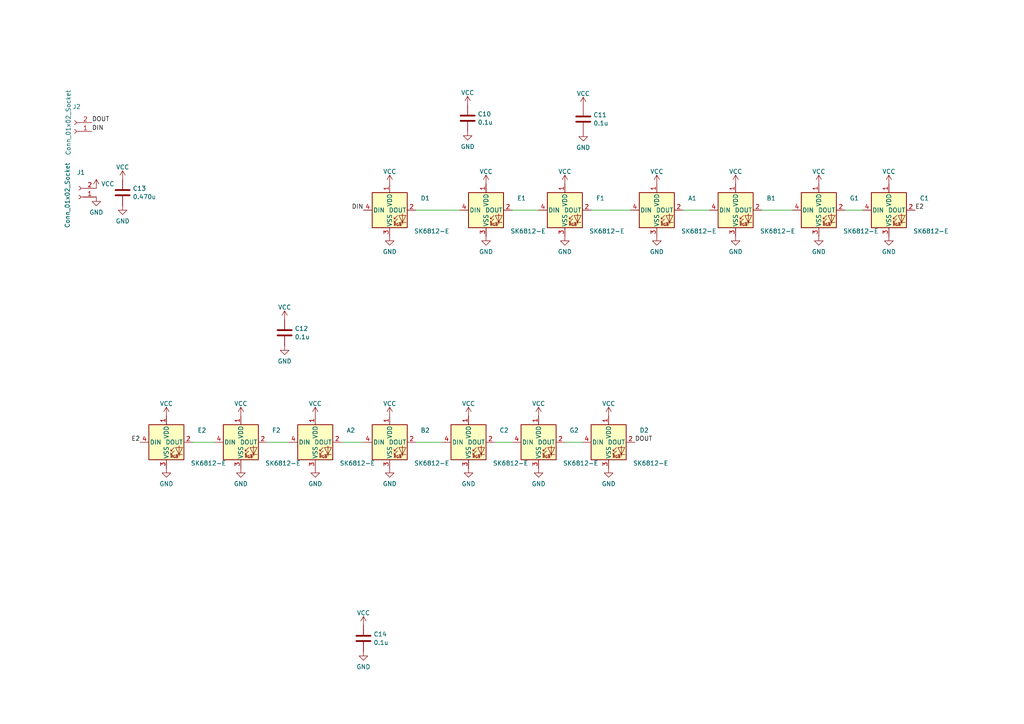
<source format=kicad_sch>
(kicad_sch
	(version 20231120)
	(generator "eeschema")
	(generator_version "8.0")
	(uuid "2de6dca9-f910-47a3-9fba-0aaf6ef710f6")
	(paper "A4")
	(lib_symbols
		(symbol "Connector:Conn_01x02_Socket"
			(pin_names
				(offset 1.016) hide)
			(exclude_from_sim no)
			(in_bom yes)
			(on_board yes)
			(property "Reference" "J"
				(at 0 2.54 0)
				(effects
					(font
						(size 1.27 1.27)
					)
				)
			)
			(property "Value" "Conn_01x02_Socket"
				(at 0 -5.08 0)
				(effects
					(font
						(size 1.27 1.27)
					)
				)
			)
			(property "Footprint" ""
				(at 0 0 0)
				(effects
					(font
						(size 1.27 1.27)
					)
					(hide yes)
				)
			)
			(property "Datasheet" "~"
				(at 0 0 0)
				(effects
					(font
						(size 1.27 1.27)
					)
					(hide yes)
				)
			)
			(property "Description" "Generic connector, single row, 01x02, script generated"
				(at 0 0 0)
				(effects
					(font
						(size 1.27 1.27)
					)
					(hide yes)
				)
			)
			(property "ki_locked" ""
				(at 0 0 0)
				(effects
					(font
						(size 1.27 1.27)
					)
				)
			)
			(property "ki_keywords" "connector"
				(at 0 0 0)
				(effects
					(font
						(size 1.27 1.27)
					)
					(hide yes)
				)
			)
			(property "ki_fp_filters" "Connector*:*_1x??_*"
				(at 0 0 0)
				(effects
					(font
						(size 1.27 1.27)
					)
					(hide yes)
				)
			)
			(symbol "Conn_01x02_Socket_1_1"
				(arc
					(start 0 -2.032)
					(mid -0.5058 -2.54)
					(end 0 -3.048)
					(stroke
						(width 0.1524)
						(type default)
					)
					(fill
						(type none)
					)
				)
				(polyline
					(pts
						(xy -1.27 -2.54) (xy -0.508 -2.54)
					)
					(stroke
						(width 0.1524)
						(type default)
					)
					(fill
						(type none)
					)
				)
				(polyline
					(pts
						(xy -1.27 0) (xy -0.508 0)
					)
					(stroke
						(width 0.1524)
						(type default)
					)
					(fill
						(type none)
					)
				)
				(arc
					(start 0 0.508)
					(mid -0.5058 0)
					(end 0 -0.508)
					(stroke
						(width 0.1524)
						(type default)
					)
					(fill
						(type none)
					)
				)
				(pin passive line
					(at -5.08 0 0)
					(length 3.81)
					(name "Pin_1"
						(effects
							(font
								(size 1.27 1.27)
							)
						)
					)
					(number "1"
						(effects
							(font
								(size 1.27 1.27)
							)
						)
					)
				)
				(pin passive line
					(at -5.08 -2.54 0)
					(length 3.81)
					(name "Pin_2"
						(effects
							(font
								(size 1.27 1.27)
							)
						)
					)
					(number "2"
						(effects
							(font
								(size 1.27 1.27)
							)
						)
					)
				)
			)
		)
		(symbol "Device:C"
			(pin_numbers hide)
			(pin_names
				(offset 0.254)
			)
			(exclude_from_sim no)
			(in_bom yes)
			(on_board yes)
			(property "Reference" "C"
				(at 0.635 2.54 0)
				(effects
					(font
						(size 1.27 1.27)
					)
					(justify left)
				)
			)
			(property "Value" "C"
				(at 0.635 -2.54 0)
				(effects
					(font
						(size 1.27 1.27)
					)
					(justify left)
				)
			)
			(property "Footprint" ""
				(at 0.9652 -3.81 0)
				(effects
					(font
						(size 1.27 1.27)
					)
					(hide yes)
				)
			)
			(property "Datasheet" "~"
				(at 0 0 0)
				(effects
					(font
						(size 1.27 1.27)
					)
					(hide yes)
				)
			)
			(property "Description" "Unpolarized capacitor"
				(at 0 0 0)
				(effects
					(font
						(size 1.27 1.27)
					)
					(hide yes)
				)
			)
			(property "ki_keywords" "cap capacitor"
				(at 0 0 0)
				(effects
					(font
						(size 1.27 1.27)
					)
					(hide yes)
				)
			)
			(property "ki_fp_filters" "C_*"
				(at 0 0 0)
				(effects
					(font
						(size 1.27 1.27)
					)
					(hide yes)
				)
			)
			(symbol "C_0_1"
				(polyline
					(pts
						(xy -2.032 -0.762) (xy 2.032 -0.762)
					)
					(stroke
						(width 0.508)
						(type default)
					)
					(fill
						(type none)
					)
				)
				(polyline
					(pts
						(xy -2.032 0.762) (xy 2.032 0.762)
					)
					(stroke
						(width 0.508)
						(type default)
					)
					(fill
						(type none)
					)
				)
			)
			(symbol "C_1_1"
				(pin passive line
					(at 0 3.81 270)
					(length 2.794)
					(name "~"
						(effects
							(font
								(size 1.27 1.27)
							)
						)
					)
					(number "1"
						(effects
							(font
								(size 1.27 1.27)
							)
						)
					)
				)
				(pin passive line
					(at 0 -3.81 90)
					(length 2.794)
					(name "~"
						(effects
							(font
								(size 1.27 1.27)
							)
						)
					)
					(number "2"
						(effects
							(font
								(size 1.27 1.27)
							)
						)
					)
				)
			)
		)
		(symbol "LED:WS2812B"
			(pin_names
				(offset 0.254)
			)
			(exclude_from_sim no)
			(in_bom yes)
			(on_board yes)
			(property "Reference" "D"
				(at 5.08 5.715 0)
				(effects
					(font
						(size 1.27 1.27)
					)
					(justify right bottom)
				)
			)
			(property "Value" "WS2812B"
				(at 1.27 -5.715 0)
				(effects
					(font
						(size 1.27 1.27)
					)
					(justify left top)
				)
			)
			(property "Footprint" "LED_SMD:LED_WS2812B_PLCC4_5.0x5.0mm_P3.2mm"
				(at 1.27 -7.62 0)
				(effects
					(font
						(size 1.27 1.27)
					)
					(justify left top)
					(hide yes)
				)
			)
			(property "Datasheet" "https://cdn-shop.adafruit.com/datasheets/WS2812B.pdf"
				(at 2.54 -9.525 0)
				(effects
					(font
						(size 1.27 1.27)
					)
					(justify left top)
					(hide yes)
				)
			)
			(property "Description" "RGB LED with integrated controller"
				(at 0 0 0)
				(effects
					(font
						(size 1.27 1.27)
					)
					(hide yes)
				)
			)
			(property "ki_keywords" "RGB LED NeoPixel addressable"
				(at 0 0 0)
				(effects
					(font
						(size 1.27 1.27)
					)
					(hide yes)
				)
			)
			(property "ki_fp_filters" "LED*WS2812*PLCC*5.0x5.0mm*P3.2mm*"
				(at 0 0 0)
				(effects
					(font
						(size 1.27 1.27)
					)
					(hide yes)
				)
			)
			(symbol "WS2812B_0_0"
				(text "RGB"
					(at 2.286 -4.191 0)
					(effects
						(font
							(size 0.762 0.762)
						)
					)
				)
			)
			(symbol "WS2812B_0_1"
				(polyline
					(pts
						(xy 1.27 -3.556) (xy 1.778 -3.556)
					)
					(stroke
						(width 0)
						(type default)
					)
					(fill
						(type none)
					)
				)
				(polyline
					(pts
						(xy 1.27 -2.54) (xy 1.778 -2.54)
					)
					(stroke
						(width 0)
						(type default)
					)
					(fill
						(type none)
					)
				)
				(polyline
					(pts
						(xy 4.699 -3.556) (xy 2.667 -3.556)
					)
					(stroke
						(width 0)
						(type default)
					)
					(fill
						(type none)
					)
				)
				(polyline
					(pts
						(xy 2.286 -2.54) (xy 1.27 -3.556) (xy 1.27 -3.048)
					)
					(stroke
						(width 0)
						(type default)
					)
					(fill
						(type none)
					)
				)
				(polyline
					(pts
						(xy 2.286 -1.524) (xy 1.27 -2.54) (xy 1.27 -2.032)
					)
					(stroke
						(width 0)
						(type default)
					)
					(fill
						(type none)
					)
				)
				(polyline
					(pts
						(xy 3.683 -1.016) (xy 3.683 -3.556) (xy 3.683 -4.064)
					)
					(stroke
						(width 0)
						(type default)
					)
					(fill
						(type none)
					)
				)
				(polyline
					(pts
						(xy 4.699 -1.524) (xy 2.667 -1.524) (xy 3.683 -3.556) (xy 4.699 -1.524)
					)
					(stroke
						(width 0)
						(type default)
					)
					(fill
						(type none)
					)
				)
				(rectangle
					(start 5.08 5.08)
					(end -5.08 -5.08)
					(stroke
						(width 0.254)
						(type default)
					)
					(fill
						(type background)
					)
				)
			)
			(symbol "WS2812B_1_1"
				(pin power_in line
					(at 0 7.62 270)
					(length 2.54)
					(name "VDD"
						(effects
							(font
								(size 1.27 1.27)
							)
						)
					)
					(number "1"
						(effects
							(font
								(size 1.27 1.27)
							)
						)
					)
				)
				(pin output line
					(at 7.62 0 180)
					(length 2.54)
					(name "DOUT"
						(effects
							(font
								(size 1.27 1.27)
							)
						)
					)
					(number "2"
						(effects
							(font
								(size 1.27 1.27)
							)
						)
					)
				)
				(pin power_in line
					(at 0 -7.62 90)
					(length 2.54)
					(name "VSS"
						(effects
							(font
								(size 1.27 1.27)
							)
						)
					)
					(number "3"
						(effects
							(font
								(size 1.27 1.27)
							)
						)
					)
				)
				(pin input line
					(at -7.62 0 0)
					(length 2.54)
					(name "DIN"
						(effects
							(font
								(size 1.27 1.27)
							)
						)
					)
					(number "4"
						(effects
							(font
								(size 1.27 1.27)
							)
						)
					)
				)
			)
		)
		(symbol "power:GND"
			(power)
			(pin_names
				(offset 0)
			)
			(exclude_from_sim no)
			(in_bom yes)
			(on_board yes)
			(property "Reference" "#PWR"
				(at 0 -6.35 0)
				(effects
					(font
						(size 1.27 1.27)
					)
					(hide yes)
				)
			)
			(property "Value" "GND"
				(at 0 -3.81 0)
				(effects
					(font
						(size 1.27 1.27)
					)
				)
			)
			(property "Footprint" ""
				(at 0 0 0)
				(effects
					(font
						(size 1.27 1.27)
					)
					(hide yes)
				)
			)
			(property "Datasheet" ""
				(at 0 0 0)
				(effects
					(font
						(size 1.27 1.27)
					)
					(hide yes)
				)
			)
			(property "Description" "Power symbol creates a global label with name \"GND\" , ground"
				(at 0 0 0)
				(effects
					(font
						(size 1.27 1.27)
					)
					(hide yes)
				)
			)
			(property "ki_keywords" "power-flag"
				(at 0 0 0)
				(effects
					(font
						(size 1.27 1.27)
					)
					(hide yes)
				)
			)
			(symbol "GND_0_1"
				(polyline
					(pts
						(xy 0 0) (xy 0 -1.27) (xy 1.27 -1.27) (xy 0 -2.54) (xy -1.27 -1.27) (xy 0 -1.27)
					)
					(stroke
						(width 0)
						(type default)
					)
					(fill
						(type none)
					)
				)
			)
			(symbol "GND_1_1"
				(pin power_in line
					(at 0 0 270)
					(length 0) hide
					(name "GND"
						(effects
							(font
								(size 1.27 1.27)
							)
						)
					)
					(number "1"
						(effects
							(font
								(size 1.27 1.27)
							)
						)
					)
				)
			)
		)
		(symbol "power:VCC"
			(power)
			(pin_names
				(offset 0)
			)
			(exclude_from_sim no)
			(in_bom yes)
			(on_board yes)
			(property "Reference" "#PWR"
				(at 0 -3.81 0)
				(effects
					(font
						(size 1.27 1.27)
					)
					(hide yes)
				)
			)
			(property "Value" "VCC"
				(at 0 3.81 0)
				(effects
					(font
						(size 1.27 1.27)
					)
				)
			)
			(property "Footprint" ""
				(at 0 0 0)
				(effects
					(font
						(size 1.27 1.27)
					)
					(hide yes)
				)
			)
			(property "Datasheet" ""
				(at 0 0 0)
				(effects
					(font
						(size 1.27 1.27)
					)
					(hide yes)
				)
			)
			(property "Description" "Power symbol creates a global label with name \"VCC\""
				(at 0 0 0)
				(effects
					(font
						(size 1.27 1.27)
					)
					(hide yes)
				)
			)
			(property "ki_keywords" "power-flag"
				(at 0 0 0)
				(effects
					(font
						(size 1.27 1.27)
					)
					(hide yes)
				)
			)
			(symbol "VCC_0_1"
				(polyline
					(pts
						(xy -0.762 1.27) (xy 0 2.54)
					)
					(stroke
						(width 0)
						(type default)
					)
					(fill
						(type none)
					)
				)
				(polyline
					(pts
						(xy 0 0) (xy 0 2.54)
					)
					(stroke
						(width 0)
						(type default)
					)
					(fill
						(type none)
					)
				)
				(polyline
					(pts
						(xy 0 2.54) (xy 0.762 1.27)
					)
					(stroke
						(width 0)
						(type default)
					)
					(fill
						(type none)
					)
				)
			)
			(symbol "VCC_1_1"
				(pin power_in line
					(at 0 0 90)
					(length 0) hide
					(name "VCC"
						(effects
							(font
								(size 1.27 1.27)
							)
						)
					)
					(number "1"
						(effects
							(font
								(size 1.27 1.27)
							)
						)
					)
				)
			)
		)
	)
	(wire
		(pts
			(xy 220.98 60.96) (xy 229.87 60.96)
		)
		(stroke
			(width 0)
			(type default)
		)
		(uuid "176b0372-c768-4a30-a145-0714037cad73")
	)
	(wire
		(pts
			(xy 148.59 60.96) (xy 156.21 60.96)
		)
		(stroke
			(width 0)
			(type default)
		)
		(uuid "2e53d13d-4a39-4193-a4cc-bdaeac85eae0")
	)
	(wire
		(pts
			(xy 143.51 128.27) (xy 148.59 128.27)
		)
		(stroke
			(width 0)
			(type default)
		)
		(uuid "32606a11-c7c7-43f2-a460-9dfe545fb049")
	)
	(wire
		(pts
			(xy 245.11 60.96) (xy 250.19 60.96)
		)
		(stroke
			(width 0)
			(type default)
		)
		(uuid "335f4072-7457-4a15-be5a-874683d5dfd6")
	)
	(wire
		(pts
			(xy 120.65 128.27) (xy 128.27 128.27)
		)
		(stroke
			(width 0)
			(type default)
		)
		(uuid "4ecd581f-5fe1-4289-a1c9-c0a067ebce44")
	)
	(wire
		(pts
			(xy 198.12 60.96) (xy 205.74 60.96)
		)
		(stroke
			(width 0)
			(type default)
		)
		(uuid "82fea3c5-a176-4986-a6b7-71a964c66f14")
	)
	(wire
		(pts
			(xy 120.65 60.96) (xy 133.35 60.96)
		)
		(stroke
			(width 0)
			(type default)
		)
		(uuid "8f8af135-e886-4dc0-aba8-38f3b9d198ee")
	)
	(wire
		(pts
			(xy 171.45 60.96) (xy 182.88 60.96)
		)
		(stroke
			(width 0)
			(type default)
		)
		(uuid "a26463cc-7fc5-4eb3-866a-164f75d4a367")
	)
	(wire
		(pts
			(xy 55.88 128.27) (xy 62.23 128.27)
		)
		(stroke
			(width 0)
			(type default)
		)
		(uuid "a79133e4-2857-4939-8db8-638c80e47583")
	)
	(wire
		(pts
			(xy 77.47 128.27) (xy 83.82 128.27)
		)
		(stroke
			(width 0)
			(type default)
		)
		(uuid "bcb7d3e0-e15c-473c-86a3-618b7d11effe")
	)
	(wire
		(pts
			(xy 99.06 128.27) (xy 105.41 128.27)
		)
		(stroke
			(width 0)
			(type default)
		)
		(uuid "c7bfc3de-a73b-48b9-afc8-221c2f5668c8")
	)
	(wire
		(pts
			(xy 163.83 128.27) (xy 168.91 128.27)
		)
		(stroke
			(width 0)
			(type default)
		)
		(uuid "e3500f8c-1c20-4042-9f82-5cc2a47129d7")
	)
	(label "E2"
		(at 40.64 128.27 180)
		(fields_autoplaced yes)
		(effects
			(font
				(size 1.27 1.27)
			)
			(justify right bottom)
		)
		(uuid "01910e78-c2cf-4521-a518-84568a711820")
	)
	(label "E2"
		(at 265.43 60.96 0)
		(fields_autoplaced yes)
		(effects
			(font
				(size 1.27 1.27)
			)
			(justify left bottom)
		)
		(uuid "243d957b-3d31-4f8d-9ef1-e587f6124d1f")
	)
	(label "DIN"
		(at 105.41 60.96 180)
		(fields_autoplaced yes)
		(effects
			(font
				(size 1.27 1.27)
			)
			(justify right bottom)
		)
		(uuid "4af21336-289d-4d34-b8d7-c1dd59cc491a")
	)
	(label "DIN"
		(at 26.67 38.1 0)
		(fields_autoplaced yes)
		(effects
			(font
				(size 1.27 1.27)
			)
			(justify left bottom)
		)
		(uuid "4e132053-2cb5-47fc-b1f8-ec916f5e8038")
	)
	(label "DOUT"
		(at 184.15 128.27 0)
		(fields_autoplaced yes)
		(effects
			(font
				(size 1.27 1.27)
			)
			(justify left bottom)
		)
		(uuid "83a64683-aeb0-4426-90bc-c4f9aa14eaf4")
	)
	(label "DOUT"
		(at 26.67 35.56 0)
		(fields_autoplaced yes)
		(effects
			(font
				(size 1.27 1.27)
			)
			(justify left bottom)
		)
		(uuid "b6b759ef-0334-4001-9c29-3320dc83dd6e")
	)
	(symbol
		(lib_id "power:VCC")
		(at 257.81 53.34 0)
		(unit 1)
		(exclude_from_sim no)
		(in_bom yes)
		(on_board yes)
		(dnp no)
		(fields_autoplaced yes)
		(uuid "02ae624c-2216-452e-9500-a8002fb76374")
		(property "Reference" "#PWR0117"
			(at 257.81 57.15 0)
			(effects
				(font
					(size 1.27 1.27)
				)
				(hide yes)
			)
		)
		(property "Value" "VCC"
			(at 257.81 49.7642 0)
			(effects
				(font
					(size 1.27 1.27)
				)
			)
		)
		(property "Footprint" ""
			(at 257.81 53.34 0)
			(effects
				(font
					(size 1.27 1.27)
				)
				(hide yes)
			)
		)
		(property "Datasheet" ""
			(at 257.81 53.34 0)
			(effects
				(font
					(size 1.27 1.27)
				)
				(hide yes)
			)
		)
		(property "Description" ""
			(at 257.81 53.34 0)
			(effects
				(font
					(size 1.27 1.27)
				)
				(hide yes)
			)
		)
		(pin "1"
			(uuid "75dcc11e-93e0-4075-b7b3-a5305e423497")
		)
		(instances
			(project ""
				(path "/2de6dca9-f910-47a3-9fba-0aaf6ef710f6"
					(reference "#PWR0117")
					(unit 1)
				)
			)
		)
	)
	(symbol
		(lib_id "power:GND")
		(at 163.83 68.58 0)
		(mirror y)
		(unit 1)
		(exclude_from_sim no)
		(in_bom yes)
		(on_board yes)
		(dnp no)
		(fields_autoplaced yes)
		(uuid "076611db-bc49-4ea6-872c-703c740dd9b1")
		(property "Reference" "#PWR0114"
			(at 163.83 74.93 0)
			(effects
				(font
					(size 1.27 1.27)
				)
				(hide yes)
			)
		)
		(property "Value" "GND"
			(at 163.83 73.0234 0)
			(effects
				(font
					(size 1.27 1.27)
				)
			)
		)
		(property "Footprint" ""
			(at 163.83 68.58 0)
			(effects
				(font
					(size 1.27 1.27)
				)
				(hide yes)
			)
		)
		(property "Datasheet" ""
			(at 163.83 68.58 0)
			(effects
				(font
					(size 1.27 1.27)
				)
				(hide yes)
			)
		)
		(property "Description" ""
			(at 163.83 68.58 0)
			(effects
				(font
					(size 1.27 1.27)
				)
				(hide yes)
			)
		)
		(pin "1"
			(uuid "c15273b1-d788-4774-adba-5d56c4083ca3")
		)
		(instances
			(project ""
				(path "/2de6dca9-f910-47a3-9fba-0aaf6ef710f6"
					(reference "#PWR0114")
					(unit 1)
				)
			)
		)
	)
	(symbol
		(lib_id "LED:WS2812B")
		(at 257.81 60.96 0)
		(unit 1)
		(exclude_from_sim no)
		(in_bom yes)
		(on_board yes)
		(dnp no)
		(uuid "0b576e54-4598-4610-90ed-f20fef1749b3")
		(property "Reference" "C1"
			(at 268.1159 57.5016 0)
			(effects
				(font
					(size 1.27 1.27)
				)
			)
		)
		(property "Value" "SK6812-E"
			(at 270.002 67.056 0)
			(effects
				(font
					(size 1.27 1.27)
				)
			)
		)
		(property "Footprint" "Library:12-23C"
			(at 259.08 68.58 0)
			(effects
				(font
					(size 1.27 1.27)
				)
				(justify left top)
				(hide yes)
			)
		)
		(property "Datasheet" ""
			(at 260.35 70.485 0)
			(effects
				(font
					(size 1.27 1.27)
				)
				(justify left top)
				(hide yes)
			)
		)
		(property "Description" ""
			(at 257.81 60.96 0)
			(effects
				(font
					(size 1.27 1.27)
				)
				(hide yes)
			)
		)
		(pin "1"
			(uuid "390984ce-e831-4458-b7ab-8f9f07d32797")
		)
		(pin "2"
			(uuid "639e6731-8410-4935-9c4c-7f57f513955d")
		)
		(pin "3"
			(uuid "312fd941-6800-49ac-9fb3-caa9ffa7e420")
		)
		(pin "4"
			(uuid "69150d3d-2faf-4292-89b5-19259519e7a4")
		)
		(instances
			(project ""
				(path "/2de6dca9-f910-47a3-9fba-0aaf6ef710f6"
					(reference "C1")
					(unit 1)
				)
			)
		)
	)
	(symbol
		(lib_id "LED:WS2812B")
		(at 91.44 128.27 0)
		(unit 1)
		(exclude_from_sim no)
		(in_bom yes)
		(on_board yes)
		(dnp no)
		(uuid "0cdb4d67-41f4-48ea-b288-8eb8dfb83942")
		(property "Reference" "A2"
			(at 101.7459 124.8116 0)
			(effects
				(font
					(size 1.27 1.27)
				)
			)
		)
		(property "Value" "SK6812-E"
			(at 103.632 134.366 0)
			(effects
				(font
					(size 1.27 1.27)
				)
			)
		)
		(property "Footprint" "Library:12-23C"
			(at 92.71 135.89 0)
			(effects
				(font
					(size 1.27 1.27)
				)
				(justify left top)
				(hide yes)
			)
		)
		(property "Datasheet" ""
			(at 93.98 137.795 0)
			(effects
				(font
					(size 1.27 1.27)
				)
				(justify left top)
				(hide yes)
			)
		)
		(property "Description" ""
			(at 91.44 128.27 0)
			(effects
				(font
					(size 1.27 1.27)
				)
				(hide yes)
			)
		)
		(pin "1"
			(uuid "806676d3-e8a4-4e9f-8008-655d38be1f08")
		)
		(pin "2"
			(uuid "295015f7-c981-49e1-ad41-221718772585")
		)
		(pin "3"
			(uuid "f4a82daf-5556-4fd9-a4a9-637dc977661d")
		)
		(pin "4"
			(uuid "4d4d5d4d-8d30-42e3-830b-31c3b2e6c61d")
		)
		(instances
			(project ""
				(path "/2de6dca9-f910-47a3-9fba-0aaf6ef710f6"
					(reference "A2")
					(unit 1)
				)
			)
		)
	)
	(symbol
		(lib_id "LED:WS2812B")
		(at 213.36 60.96 0)
		(unit 1)
		(exclude_from_sim no)
		(in_bom yes)
		(on_board yes)
		(dnp no)
		(uuid "0f221366-99c9-4268-8fe4-5e23100e3785")
		(property "Reference" "B1"
			(at 223.6659 57.5016 0)
			(effects
				(font
					(size 1.27 1.27)
				)
			)
		)
		(property "Value" "SK6812-E"
			(at 225.552 67.056 0)
			(effects
				(font
					(size 1.27 1.27)
				)
			)
		)
		(property "Footprint" "Library:12-23C"
			(at 214.63 68.58 0)
			(effects
				(font
					(size 1.27 1.27)
				)
				(justify left top)
				(hide yes)
			)
		)
		(property "Datasheet" ""
			(at 215.9 70.485 0)
			(effects
				(font
					(size 1.27 1.27)
				)
				(justify left top)
				(hide yes)
			)
		)
		(property "Description" ""
			(at 213.36 60.96 0)
			(effects
				(font
					(size 1.27 1.27)
				)
				(hide yes)
			)
		)
		(pin "1"
			(uuid "bf5d64e1-a919-4191-afc0-49a27f1f84c8")
		)
		(pin "2"
			(uuid "9d5c884e-23b9-4091-93ed-093f696341a0")
		)
		(pin "3"
			(uuid "e0177817-65e7-475a-82c3-29827c56ee48")
		)
		(pin "4"
			(uuid "a1824f4d-780d-475c-aa9f-dec8109ee54b")
		)
		(instances
			(project ""
				(path "/2de6dca9-f910-47a3-9fba-0aaf6ef710f6"
					(reference "B1")
					(unit 1)
				)
			)
		)
	)
	(symbol
		(lib_id "power:VCC")
		(at 91.44 120.65 0)
		(unit 1)
		(exclude_from_sim no)
		(in_bom yes)
		(on_board yes)
		(dnp no)
		(fields_autoplaced yes)
		(uuid "160be67a-3905-4c77-b0dd-93edcf309c97")
		(property "Reference" "#PWR0132"
			(at 91.44 124.46 0)
			(effects
				(font
					(size 1.27 1.27)
				)
				(hide yes)
			)
		)
		(property "Value" "VCC"
			(at 91.44 117.0742 0)
			(effects
				(font
					(size 1.27 1.27)
				)
			)
		)
		(property "Footprint" ""
			(at 91.44 120.65 0)
			(effects
				(font
					(size 1.27 1.27)
				)
				(hide yes)
			)
		)
		(property "Datasheet" ""
			(at 91.44 120.65 0)
			(effects
				(font
					(size 1.27 1.27)
				)
				(hide yes)
			)
		)
		(property "Description" ""
			(at 91.44 120.65 0)
			(effects
				(font
					(size 1.27 1.27)
				)
				(hide yes)
			)
		)
		(pin "1"
			(uuid "aaccfe76-afd0-48ec-b325-2d4a489ed9d6")
		)
		(instances
			(project ""
				(path "/2de6dca9-f910-47a3-9fba-0aaf6ef710f6"
					(reference "#PWR0132")
					(unit 1)
				)
			)
		)
	)
	(symbol
		(lib_id "Connector:Conn_01x02_Socket")
		(at 22.86 57.15 180)
		(unit 1)
		(exclude_from_sim no)
		(in_bom yes)
		(on_board yes)
		(dnp no)
		(uuid "16978983-6c21-4af8-aa4f-4c51afc44e93")
		(property "Reference" "J1"
			(at 23.495 50.0083 0)
			(effects
				(font
					(size 1.27 1.27)
				)
			)
		)
		(property "Value" "Conn_01x02_Socket"
			(at 19.558 56.642 90)
			(effects
				(font
					(size 1.27 1.27)
				)
			)
		)
		(property "Footprint" "Connector_PinHeader_1.27mm:PinHeader_1x02_P1.27mm_Vertical"
			(at 22.86 57.15 0)
			(effects
				(font
					(size 1.27 1.27)
				)
				(hide yes)
			)
		)
		(property "Datasheet" "~"
			(at 22.86 57.15 0)
			(effects
				(font
					(size 1.27 1.27)
				)
				(hide yes)
			)
		)
		(property "Description" "Generic connector, single row, 01x02, script generated"
			(at 22.86 57.15 0)
			(effects
				(font
					(size 1.27 1.27)
				)
				(hide yes)
			)
		)
		(pin "1"
			(uuid "3f043a7d-e669-4239-921e-944c7d810731")
		)
		(pin "2"
			(uuid "6206015b-c2ab-4a0a-9ef6-d9c0013d4d7c")
		)
		(instances
			(project "RGB7Segment"
				(path "/2de6dca9-f910-47a3-9fba-0aaf6ef710f6"
					(reference "J1")
					(unit 1)
				)
			)
		)
	)
	(symbol
		(lib_id "power:VCC")
		(at 169.164 30.734 0)
		(unit 1)
		(exclude_from_sim no)
		(in_bom yes)
		(on_board yes)
		(dnp no)
		(fields_autoplaced yes)
		(uuid "1f82ca21-b001-4b15-af08-d189f69abd45")
		(property "Reference" "#PWR0111"
			(at 169.164 34.544 0)
			(effects
				(font
					(size 1.27 1.27)
				)
				(hide yes)
			)
		)
		(property "Value" "VCC"
			(at 169.164 27.1582 0)
			(effects
				(font
					(size 1.27 1.27)
				)
			)
		)
		(property "Footprint" ""
			(at 169.164 30.734 0)
			(effects
				(font
					(size 1.27 1.27)
				)
				(hide yes)
			)
		)
		(property "Datasheet" ""
			(at 169.164 30.734 0)
			(effects
				(font
					(size 1.27 1.27)
				)
				(hide yes)
			)
		)
		(property "Description" ""
			(at 169.164 30.734 0)
			(effects
				(font
					(size 1.27 1.27)
				)
				(hide yes)
			)
		)
		(pin "1"
			(uuid "a4748469-be8b-4a34-83da-3547ae435abd")
		)
		(instances
			(project ""
				(path "/2de6dca9-f910-47a3-9fba-0aaf6ef710f6"
					(reference "#PWR0111")
					(unit 1)
				)
			)
		)
	)
	(symbol
		(lib_id "power:VCC")
		(at 113.03 120.65 0)
		(unit 1)
		(exclude_from_sim no)
		(in_bom yes)
		(on_board yes)
		(dnp no)
		(fields_autoplaced yes)
		(uuid "28e417f4-26bf-44b5-afe1-51fd9a4f6171")
		(property "Reference" "#PWR0146"
			(at 113.03 124.46 0)
			(effects
				(font
					(size 1.27 1.27)
				)
				(hide yes)
			)
		)
		(property "Value" "VCC"
			(at 113.03 117.0742 0)
			(effects
				(font
					(size 1.27 1.27)
				)
			)
		)
		(property "Footprint" ""
			(at 113.03 120.65 0)
			(effects
				(font
					(size 1.27 1.27)
				)
				(hide yes)
			)
		)
		(property "Datasheet" ""
			(at 113.03 120.65 0)
			(effects
				(font
					(size 1.27 1.27)
				)
				(hide yes)
			)
		)
		(property "Description" ""
			(at 113.03 120.65 0)
			(effects
				(font
					(size 1.27 1.27)
				)
				(hide yes)
			)
		)
		(pin "1"
			(uuid "ab1f135a-216d-4e6c-aa73-c29931736219")
		)
		(instances
			(project ""
				(path "/2de6dca9-f910-47a3-9fba-0aaf6ef710f6"
					(reference "#PWR0146")
					(unit 1)
				)
			)
		)
	)
	(symbol
		(lib_id "LED:WS2812B")
		(at 135.89 128.27 0)
		(unit 1)
		(exclude_from_sim no)
		(in_bom yes)
		(on_board yes)
		(dnp no)
		(uuid "29674630-f3d3-4e8b-9805-935ba7d20f57")
		(property "Reference" "C2"
			(at 146.1959 124.8116 0)
			(effects
				(font
					(size 1.27 1.27)
				)
			)
		)
		(property "Value" "SK6812-E"
			(at 148.082 134.366 0)
			(effects
				(font
					(size 1.27 1.27)
				)
			)
		)
		(property "Footprint" "Library:12-23C"
			(at 137.16 135.89 0)
			(effects
				(font
					(size 1.27 1.27)
				)
				(justify left top)
				(hide yes)
			)
		)
		(property "Datasheet" ""
			(at 138.43 137.795 0)
			(effects
				(font
					(size 1.27 1.27)
				)
				(justify left top)
				(hide yes)
			)
		)
		(property "Description" ""
			(at 135.89 128.27 0)
			(effects
				(font
					(size 1.27 1.27)
				)
				(hide yes)
			)
		)
		(pin "1"
			(uuid "3738d580-664a-4fe1-b569-46278d59f3a1")
		)
		(pin "2"
			(uuid "2eeba312-d78e-492c-a963-3ba285845c7c")
		)
		(pin "3"
			(uuid "9bf421a0-6c5c-4e29-bd86-d9f78d735c0d")
		)
		(pin "4"
			(uuid "45459c00-5ebc-4986-8129-862670d7a9c4")
		)
		(instances
			(project ""
				(path "/2de6dca9-f910-47a3-9fba-0aaf6ef710f6"
					(reference "C2")
					(unit 1)
				)
			)
		)
	)
	(symbol
		(lib_id "LED:WS2812B")
		(at 237.49 60.96 0)
		(unit 1)
		(exclude_from_sim no)
		(in_bom yes)
		(on_board yes)
		(dnp no)
		(uuid "2a6e50c1-c0ed-42db-a2ab-25919802f2d7")
		(property "Reference" "G1"
			(at 247.7959 57.5016 0)
			(effects
				(font
					(size 1.27 1.27)
				)
			)
		)
		(property "Value" "SK6812-E"
			(at 249.682 67.056 0)
			(effects
				(font
					(size 1.27 1.27)
				)
			)
		)
		(property "Footprint" "Library:12-23C"
			(at 238.76 68.58 0)
			(effects
				(font
					(size 1.27 1.27)
				)
				(justify left top)
				(hide yes)
			)
		)
		(property "Datasheet" ""
			(at 240.03 70.485 0)
			(effects
				(font
					(size 1.27 1.27)
				)
				(justify left top)
				(hide yes)
			)
		)
		(property "Description" ""
			(at 237.49 60.96 0)
			(effects
				(font
					(size 1.27 1.27)
				)
				(hide yes)
			)
		)
		(pin "1"
			(uuid "96ab0198-ef56-4755-b4ea-efa8bf3cc519")
		)
		(pin "2"
			(uuid "f8f7dba4-4dda-4d30-8cfe-2afa3da5de84")
		)
		(pin "3"
			(uuid "385fb4d5-1db4-4f61-ab06-f313921d6665")
		)
		(pin "4"
			(uuid "fc29491c-8229-4f06-b79e-e4d6ee355cfa")
		)
		(instances
			(project ""
				(path "/2de6dca9-f910-47a3-9fba-0aaf6ef710f6"
					(reference "G1")
					(unit 1)
				)
			)
		)
	)
	(symbol
		(lib_id "LED:WS2812B")
		(at 113.03 128.27 0)
		(unit 1)
		(exclude_from_sim no)
		(in_bom yes)
		(on_board yes)
		(dnp no)
		(uuid "318dac05-5174-4777-9cc0-35dcaffd9299")
		(property "Reference" "B2"
			(at 123.3359 124.8116 0)
			(effects
				(font
					(size 1.27 1.27)
				)
			)
		)
		(property "Value" "SK6812-E"
			(at 125.222 134.366 0)
			(effects
				(font
					(size 1.27 1.27)
				)
			)
		)
		(property "Footprint" "Library:12-23C"
			(at 114.3 135.89 0)
			(effects
				(font
					(size 1.27 1.27)
				)
				(justify left top)
				(hide yes)
			)
		)
		(property "Datasheet" ""
			(at 115.57 137.795 0)
			(effects
				(font
					(size 1.27 1.27)
				)
				(justify left top)
				(hide yes)
			)
		)
		(property "Description" ""
			(at 113.03 128.27 0)
			(effects
				(font
					(size 1.27 1.27)
				)
				(hide yes)
			)
		)
		(pin "1"
			(uuid "e8ada18b-779d-4854-b7e3-b8b1705683b4")
		)
		(pin "2"
			(uuid "6cf1fd91-1196-4e39-9bcb-aa8bac19bc31")
		)
		(pin "3"
			(uuid "74e63033-e965-46d2-85ec-e3315b440aa6")
		)
		(pin "4"
			(uuid "2971b1f0-8ec5-4c54-8baa-97516e3c529f")
		)
		(instances
			(project ""
				(path "/2de6dca9-f910-47a3-9fba-0aaf6ef710f6"
					(reference "B2")
					(unit 1)
				)
			)
		)
	)
	(symbol
		(lib_id "power:VCC")
		(at 190.5 53.34 0)
		(unit 1)
		(exclude_from_sim no)
		(in_bom yes)
		(on_board yes)
		(dnp no)
		(fields_autoplaced yes)
		(uuid "33a32651-a10c-45d0-8298-a72273cc9ef9")
		(property "Reference" "#PWR0130"
			(at 190.5 57.15 0)
			(effects
				(font
					(size 1.27 1.27)
				)
				(hide yes)
			)
		)
		(property "Value" "VCC"
			(at 190.5 49.7642 0)
			(effects
				(font
					(size 1.27 1.27)
				)
			)
		)
		(property "Footprint" ""
			(at 190.5 53.34 0)
			(effects
				(font
					(size 1.27 1.27)
				)
				(hide yes)
			)
		)
		(property "Datasheet" ""
			(at 190.5 53.34 0)
			(effects
				(font
					(size 1.27 1.27)
				)
				(hide yes)
			)
		)
		(property "Description" ""
			(at 190.5 53.34 0)
			(effects
				(font
					(size 1.27 1.27)
				)
				(hide yes)
			)
		)
		(pin "1"
			(uuid "c053aa5e-74aa-48f4-aaa3-d580141d98c0")
		)
		(instances
			(project ""
				(path "/2de6dca9-f910-47a3-9fba-0aaf6ef710f6"
					(reference "#PWR0130")
					(unit 1)
				)
			)
		)
	)
	(symbol
		(lib_id "LED:WS2812B")
		(at 176.53 128.27 0)
		(unit 1)
		(exclude_from_sim no)
		(in_bom yes)
		(on_board yes)
		(dnp no)
		(uuid "388e50c7-9a59-478a-9ccf-ebd88218753f")
		(property "Reference" "D2"
			(at 186.8359 124.8116 0)
			(effects
				(font
					(size 1.27 1.27)
				)
			)
		)
		(property "Value" "SK6812-E"
			(at 188.722 134.366 0)
			(effects
				(font
					(size 1.27 1.27)
				)
			)
		)
		(property "Footprint" "Library:12-23C"
			(at 177.8 135.89 0)
			(effects
				(font
					(size 1.27 1.27)
				)
				(justify left top)
				(hide yes)
			)
		)
		(property "Datasheet" ""
			(at 179.07 137.795 0)
			(effects
				(font
					(size 1.27 1.27)
				)
				(justify left top)
				(hide yes)
			)
		)
		(property "Description" ""
			(at 176.53 128.27 0)
			(effects
				(font
					(size 1.27 1.27)
				)
				(hide yes)
			)
		)
		(pin "1"
			(uuid "ef3da92f-d60d-4452-84a0-54b1e9aa0940")
		)
		(pin "2"
			(uuid "8166a5e9-9d4a-4cdb-8ec3-aa394105cd2a")
		)
		(pin "3"
			(uuid "9f125e5d-9c04-43de-a691-8d10eca12d7b")
		)
		(pin "4"
			(uuid "d4dd644e-195d-4aaf-a27f-808c179ac3ad")
		)
		(instances
			(project ""
				(path "/2de6dca9-f910-47a3-9fba-0aaf6ef710f6"
					(reference "D2")
					(unit 1)
				)
			)
		)
	)
	(symbol
		(lib_id "LED:WS2812B")
		(at 156.21 128.27 0)
		(unit 1)
		(exclude_from_sim no)
		(in_bom yes)
		(on_board yes)
		(dnp no)
		(uuid "3d510844-3c65-49a4-a210-b2dec1a7cada")
		(property "Reference" "G2"
			(at 166.5159 124.8116 0)
			(effects
				(font
					(size 1.27 1.27)
				)
			)
		)
		(property "Value" "SK6812-E"
			(at 168.402 134.366 0)
			(effects
				(font
					(size 1.27 1.27)
				)
			)
		)
		(property "Footprint" "Library:12-23C"
			(at 157.48 135.89 0)
			(effects
				(font
					(size 1.27 1.27)
				)
				(justify left top)
				(hide yes)
			)
		)
		(property "Datasheet" ""
			(at 158.75 137.795 0)
			(effects
				(font
					(size 1.27 1.27)
				)
				(justify left top)
				(hide yes)
			)
		)
		(property "Description" ""
			(at 156.21 128.27 0)
			(effects
				(font
					(size 1.27 1.27)
				)
				(hide yes)
			)
		)
		(pin "1"
			(uuid "8ff4f9d6-4fe6-4995-8c9a-9aaf7cd8ff11")
		)
		(pin "2"
			(uuid "2b7f8023-e783-480e-b172-3963268b7042")
		)
		(pin "3"
			(uuid "142baa15-42af-49c8-9acf-a75c386e78fc")
		)
		(pin "4"
			(uuid "6e3808a5-2c77-4a5c-988d-8332f0f198d5")
		)
		(instances
			(project ""
				(path "/2de6dca9-f910-47a3-9fba-0aaf6ef710f6"
					(reference "G2")
					(unit 1)
				)
			)
		)
	)
	(symbol
		(lib_id "power:VCC")
		(at 105.41 181.356 0)
		(unit 1)
		(exclude_from_sim no)
		(in_bom yes)
		(on_board yes)
		(dnp no)
		(fields_autoplaced yes)
		(uuid "40058d97-c145-4a83-bd13-4b4a3204e58a")
		(property "Reference" "#PWR0152"
			(at 105.41 185.166 0)
			(effects
				(font
					(size 1.27 1.27)
				)
				(hide yes)
			)
		)
		(property "Value" "VCC"
			(at 105.41 177.7802 0)
			(effects
				(font
					(size 1.27 1.27)
				)
			)
		)
		(property "Footprint" ""
			(at 105.41 181.356 0)
			(effects
				(font
					(size 1.27 1.27)
				)
				(hide yes)
			)
		)
		(property "Datasheet" ""
			(at 105.41 181.356 0)
			(effects
				(font
					(size 1.27 1.27)
				)
				(hide yes)
			)
		)
		(property "Description" ""
			(at 105.41 181.356 0)
			(effects
				(font
					(size 1.27 1.27)
				)
				(hide yes)
			)
		)
		(pin "1"
			(uuid "47fc6f35-b2f6-4ab3-b1a8-3326dee2d3ee")
		)
		(instances
			(project ""
				(path "/2de6dca9-f910-47a3-9fba-0aaf6ef710f6"
					(reference "#PWR0152")
					(unit 1)
				)
			)
		)
	)
	(symbol
		(lib_id "power:GND")
		(at 48.26 135.89 0)
		(mirror y)
		(unit 1)
		(exclude_from_sim no)
		(in_bom yes)
		(on_board yes)
		(dnp no)
		(fields_autoplaced yes)
		(uuid "4050dbe3-0c52-48e6-8e27-8f630715ae9d")
		(property "Reference" "#PWR0137"
			(at 48.26 142.24 0)
			(effects
				(font
					(size 1.27 1.27)
				)
				(hide yes)
			)
		)
		(property "Value" "GND"
			(at 48.26 140.3334 0)
			(effects
				(font
					(size 1.27 1.27)
				)
			)
		)
		(property "Footprint" ""
			(at 48.26 135.89 0)
			(effects
				(font
					(size 1.27 1.27)
				)
				(hide yes)
			)
		)
		(property "Datasheet" ""
			(at 48.26 135.89 0)
			(effects
				(font
					(size 1.27 1.27)
				)
				(hide yes)
			)
		)
		(property "Description" ""
			(at 48.26 135.89 0)
			(effects
				(font
					(size 1.27 1.27)
				)
				(hide yes)
			)
		)
		(pin "1"
			(uuid "902476eb-08a9-47a7-8338-83430888d566")
		)
		(instances
			(project ""
				(path "/2de6dca9-f910-47a3-9fba-0aaf6ef710f6"
					(reference "#PWR0137")
					(unit 1)
				)
			)
		)
	)
	(symbol
		(lib_id "Device:C")
		(at 169.164 34.544 0)
		(unit 1)
		(exclude_from_sim no)
		(in_bom yes)
		(on_board yes)
		(dnp no)
		(fields_autoplaced yes)
		(uuid "4755476b-c047-4581-bba8-b533c4d4e56f")
		(property "Reference" "C11"
			(at 172.085 33.3318 0)
			(effects
				(font
					(size 1.27 1.27)
				)
				(justify left)
			)
		)
		(property "Value" "0.1u"
			(at 172.085 35.7561 0)
			(effects
				(font
					(size 1.27 1.27)
				)
				(justify left)
			)
		)
		(property "Footprint" "Capacitor_SMD:C_0402_1005Metric"
			(at 170.1292 38.354 0)
			(effects
				(font
					(size 1.27 1.27)
				)
				(hide yes)
			)
		)
		(property "Datasheet" "~"
			(at 169.164 34.544 0)
			(effects
				(font
					(size 1.27 1.27)
				)
				(hide yes)
			)
		)
		(property "Description" ""
			(at 169.164 34.544 0)
			(effects
				(font
					(size 1.27 1.27)
				)
				(hide yes)
			)
		)
		(pin "1"
			(uuid "84fff9a5-24d1-497d-ba23-1c5525145350")
		)
		(pin "2"
			(uuid "438ac8a3-10f8-4373-9c10-ce5240c56f7a")
		)
		(instances
			(project ""
				(path "/2de6dca9-f910-47a3-9fba-0aaf6ef710f6"
					(reference "C11")
					(unit 1)
				)
			)
		)
	)
	(symbol
		(lib_id "power:GND")
		(at 113.03 68.58 0)
		(mirror y)
		(unit 1)
		(exclude_from_sim no)
		(in_bom yes)
		(on_board yes)
		(dnp no)
		(fields_autoplaced yes)
		(uuid "4ac93e82-4692-490e-8ba3-c6ec76fe0eed")
		(property "Reference" "#PWR0112"
			(at 113.03 74.93 0)
			(effects
				(font
					(size 1.27 1.27)
				)
				(hide yes)
			)
		)
		(property "Value" "GND"
			(at 113.03 73.0234 0)
			(effects
				(font
					(size 1.27 1.27)
				)
			)
		)
		(property "Footprint" ""
			(at 113.03 68.58 0)
			(effects
				(font
					(size 1.27 1.27)
				)
				(hide yes)
			)
		)
		(property "Datasheet" ""
			(at 113.03 68.58 0)
			(effects
				(font
					(size 1.27 1.27)
				)
				(hide yes)
			)
		)
		(property "Description" ""
			(at 113.03 68.58 0)
			(effects
				(font
					(size 1.27 1.27)
				)
				(hide yes)
			)
		)
		(pin "1"
			(uuid "e520aa9f-eae0-4438-bcf3-3016dd42481c")
		)
		(instances
			(project ""
				(path "/2de6dca9-f910-47a3-9fba-0aaf6ef710f6"
					(reference "#PWR0112")
					(unit 1)
				)
			)
		)
	)
	(symbol
		(lib_id "power:GND")
		(at 156.21 135.89 0)
		(mirror y)
		(unit 1)
		(exclude_from_sim no)
		(in_bom yes)
		(on_board yes)
		(dnp no)
		(fields_autoplaced yes)
		(uuid "4fc554a7-1a9f-45b1-ad3f-5f90decd0ecb")
		(property "Reference" "#PWR0147"
			(at 156.21 142.24 0)
			(effects
				(font
					(size 1.27 1.27)
				)
				(hide yes)
			)
		)
		(property "Value" "GND"
			(at 156.21 140.3334 0)
			(effects
				(font
					(size 1.27 1.27)
				)
			)
		)
		(property "Footprint" ""
			(at 156.21 135.89 0)
			(effects
				(font
					(size 1.27 1.27)
				)
				(hide yes)
			)
		)
		(property "Datasheet" ""
			(at 156.21 135.89 0)
			(effects
				(font
					(size 1.27 1.27)
				)
				(hide yes)
			)
		)
		(property "Description" ""
			(at 156.21 135.89 0)
			(effects
				(font
					(size 1.27 1.27)
				)
				(hide yes)
			)
		)
		(pin "1"
			(uuid "e89114ac-bd25-42c1-a7f8-2f1ac2d1fde4")
		)
		(instances
			(project ""
				(path "/2de6dca9-f910-47a3-9fba-0aaf6ef710f6"
					(reference "#PWR0147")
					(unit 1)
				)
			)
		)
	)
	(symbol
		(lib_id "LED:WS2812B")
		(at 163.83 60.96 0)
		(unit 1)
		(exclude_from_sim no)
		(in_bom yes)
		(on_board yes)
		(dnp no)
		(uuid "54b16a55-015c-4934-a7c0-83a8c73a6e52")
		(property "Reference" "F1"
			(at 174.1359 57.5016 0)
			(effects
				(font
					(size 1.27 1.27)
				)
			)
		)
		(property "Value" "SK6812-E"
			(at 176.022 67.056 0)
			(effects
				(font
					(size 1.27 1.27)
				)
			)
		)
		(property "Footprint" "Library:12-23C"
			(at 165.1 68.58 0)
			(effects
				(font
					(size 1.27 1.27)
				)
				(justify left top)
				(hide yes)
			)
		)
		(property "Datasheet" ""
			(at 166.37 70.485 0)
			(effects
				(font
					(size 1.27 1.27)
				)
				(justify left top)
				(hide yes)
			)
		)
		(property "Description" ""
			(at 163.83 60.96 0)
			(effects
				(font
					(size 1.27 1.27)
				)
				(hide yes)
			)
		)
		(pin "1"
			(uuid "c835f249-e9c9-41b0-b3b4-3949294740e4")
		)
		(pin "2"
			(uuid "18e46b6f-a8fe-450b-a455-957cfec7a5e6")
		)
		(pin "3"
			(uuid "52bca241-fb2e-40ef-a62d-9ad895a6431e")
		)
		(pin "4"
			(uuid "2a777ebb-f32c-4db3-81ca-dd5a41e163a2")
		)
		(instances
			(project ""
				(path "/2de6dca9-f910-47a3-9fba-0aaf6ef710f6"
					(reference "F1")
					(unit 1)
				)
			)
		)
	)
	(symbol
		(lib_id "LED:WS2812B")
		(at 48.26 128.27 0)
		(unit 1)
		(exclude_from_sim no)
		(in_bom yes)
		(on_board yes)
		(dnp no)
		(uuid "5b8afcda-4223-412a-ab3f-f2b6c6201ae7")
		(property "Reference" "E2"
			(at 58.5659 124.8116 0)
			(effects
				(font
					(size 1.27 1.27)
				)
			)
		)
		(property "Value" "SK6812-E"
			(at 60.452 134.366 0)
			(effects
				(font
					(size 1.27 1.27)
				)
			)
		)
		(property "Footprint" "Library:12-23C"
			(at 49.53 135.89 0)
			(effects
				(font
					(size 1.27 1.27)
				)
				(justify left top)
				(hide yes)
			)
		)
		(property "Datasheet" ""
			(at 50.8 137.795 0)
			(effects
				(font
					(size 1.27 1.27)
				)
				(justify left top)
				(hide yes)
			)
		)
		(property "Description" ""
			(at 48.26 128.27 0)
			(effects
				(font
					(size 1.27 1.27)
				)
				(hide yes)
			)
		)
		(pin "1"
			(uuid "4dfb3477-8edb-4012-addf-7071fa07de87")
		)
		(pin "2"
			(uuid "e2883dcf-66eb-47a6-b086-fe502b13cf21")
		)
		(pin "3"
			(uuid "6af7ad61-a2d7-4903-a152-f7fe91aef4e8")
		)
		(pin "4"
			(uuid "29fd9055-8fc2-4be0-aa20-078d9f331c27")
		)
		(instances
			(project ""
				(path "/2de6dca9-f910-47a3-9fba-0aaf6ef710f6"
					(reference "E2")
					(unit 1)
				)
			)
		)
	)
	(symbol
		(lib_id "power:GND")
		(at 27.94 57.15 0)
		(unit 1)
		(exclude_from_sim no)
		(in_bom yes)
		(on_board yes)
		(dnp no)
		(fields_autoplaced yes)
		(uuid "5d055f71-9de2-4cbf-ab4b-1fcbaea7bf49")
		(property "Reference" "#PWR0104"
			(at 27.94 63.5 0)
			(effects
				(font
					(size 1.27 1.27)
				)
				(hide yes)
			)
		)
		(property "Value" "GND"
			(at 27.94 61.5934 0)
			(effects
				(font
					(size 1.27 1.27)
				)
			)
		)
		(property "Footprint" ""
			(at 27.94 57.15 0)
			(effects
				(font
					(size 1.27 1.27)
				)
				(hide yes)
			)
		)
		(property "Datasheet" ""
			(at 27.94 57.15 0)
			(effects
				(font
					(size 1.27 1.27)
				)
				(hide yes)
			)
		)
		(property "Description" ""
			(at 27.94 57.15 0)
			(effects
				(font
					(size 1.27 1.27)
				)
				(hide yes)
			)
		)
		(pin "1"
			(uuid "6c26fef3-30a7-4a76-b2df-343e2defe8c9")
		)
		(instances
			(project ""
				(path "/2de6dca9-f910-47a3-9fba-0aaf6ef710f6"
					(reference "#PWR0104")
					(unit 1)
				)
			)
		)
	)
	(symbol
		(lib_id "power:GND")
		(at 35.56 59.69 0)
		(mirror y)
		(unit 1)
		(exclude_from_sim no)
		(in_bom yes)
		(on_board yes)
		(dnp no)
		(fields_autoplaced yes)
		(uuid "5ede55f2-e16b-4327-8ec3-42ef4e18bc1a")
		(property "Reference" "#PWR0101"
			(at 35.56 66.04 0)
			(effects
				(font
					(size 1.27 1.27)
				)
				(hide yes)
			)
		)
		(property "Value" "GND"
			(at 35.56 64.1334 0)
			(effects
				(font
					(size 1.27 1.27)
				)
			)
		)
		(property "Footprint" ""
			(at 35.56 59.69 0)
			(effects
				(font
					(size 1.27 1.27)
				)
				(hide yes)
			)
		)
		(property "Datasheet" ""
			(at 35.56 59.69 0)
			(effects
				(font
					(size 1.27 1.27)
				)
				(hide yes)
			)
		)
		(property "Description" ""
			(at 35.56 59.69 0)
			(effects
				(font
					(size 1.27 1.27)
				)
				(hide yes)
			)
		)
		(pin "1"
			(uuid "fe0172f6-de30-4c90-9181-c2a6dadba4d9")
		)
		(instances
			(project ""
				(path "/2de6dca9-f910-47a3-9fba-0aaf6ef710f6"
					(reference "#PWR0101")
					(unit 1)
				)
			)
		)
	)
	(symbol
		(lib_id "power:VCC")
		(at 237.49 53.34 0)
		(unit 1)
		(exclude_from_sim no)
		(in_bom yes)
		(on_board yes)
		(dnp no)
		(fields_autoplaced yes)
		(uuid "5fec23c7-4dc6-4201-ba7a-c95e1900fe92")
		(property "Reference" "#PWR0102"
			(at 237.49 57.15 0)
			(effects
				(font
					(size 1.27 1.27)
				)
				(hide yes)
			)
		)
		(property "Value" "VCC"
			(at 237.49 49.7642 0)
			(effects
				(font
					(size 1.27 1.27)
				)
			)
		)
		(property "Footprint" ""
			(at 237.49 53.34 0)
			(effects
				(font
					(size 1.27 1.27)
				)
				(hide yes)
			)
		)
		(property "Datasheet" ""
			(at 237.49 53.34 0)
			(effects
				(font
					(size 1.27 1.27)
				)
				(hide yes)
			)
		)
		(property "Description" ""
			(at 237.49 53.34 0)
			(effects
				(font
					(size 1.27 1.27)
				)
				(hide yes)
			)
		)
		(pin "1"
			(uuid "b20e073d-150a-40de-9b25-ea6b53b28802")
		)
		(instances
			(project ""
				(path "/2de6dca9-f910-47a3-9fba-0aaf6ef710f6"
					(reference "#PWR0102")
					(unit 1)
				)
			)
		)
	)
	(symbol
		(lib_id "power:VCC")
		(at 163.83 53.34 0)
		(unit 1)
		(exclude_from_sim no)
		(in_bom yes)
		(on_board yes)
		(dnp no)
		(fields_autoplaced yes)
		(uuid "60b026f8-8947-4025-94ae-ac91d838ca1f")
		(property "Reference" "#PWR0116"
			(at 163.83 57.15 0)
			(effects
				(font
					(size 1.27 1.27)
				)
				(hide yes)
			)
		)
		(property "Value" "VCC"
			(at 163.83 49.7642 0)
			(effects
				(font
					(size 1.27 1.27)
				)
			)
		)
		(property "Footprint" ""
			(at 163.83 53.34 0)
			(effects
				(font
					(size 1.27 1.27)
				)
				(hide yes)
			)
		)
		(property "Datasheet" ""
			(at 163.83 53.34 0)
			(effects
				(font
					(size 1.27 1.27)
				)
				(hide yes)
			)
		)
		(property "Description" ""
			(at 163.83 53.34 0)
			(effects
				(font
					(size 1.27 1.27)
				)
				(hide yes)
			)
		)
		(pin "1"
			(uuid "4ba7cf5e-b22c-4787-a1e8-7b435c3b172f")
		)
		(instances
			(project ""
				(path "/2de6dca9-f910-47a3-9fba-0aaf6ef710f6"
					(reference "#PWR0116")
					(unit 1)
				)
			)
		)
	)
	(symbol
		(lib_id "Connector:Conn_01x02_Socket")
		(at 21.59 38.1 180)
		(unit 1)
		(exclude_from_sim no)
		(in_bom yes)
		(on_board yes)
		(dnp no)
		(uuid "710b32f0-7a7c-435c-ad95-2815f99fa80b")
		(property "Reference" "J2"
			(at 22.225 30.9583 0)
			(effects
				(font
					(size 1.27 1.27)
				)
			)
		)
		(property "Value" "Conn_01x02_Socket"
			(at 19.812 35.56 90)
			(effects
				(font
					(size 1.27 1.27)
				)
			)
		)
		(property "Footprint" "Connector_PinHeader_1.27mm:PinHeader_1x02_P1.27mm_Vertical"
			(at 21.59 38.1 0)
			(effects
				(font
					(size 1.27 1.27)
				)
				(hide yes)
			)
		)
		(property "Datasheet" "~"
			(at 21.59 38.1 0)
			(effects
				(font
					(size 1.27 1.27)
				)
				(hide yes)
			)
		)
		(property "Description" "Generic connector, single row, 01x02, script generated"
			(at 21.59 38.1 0)
			(effects
				(font
					(size 1.27 1.27)
				)
				(hide yes)
			)
		)
		(pin "1"
			(uuid "3a511df1-fd6c-4aa8-a45e-d94bb30436f4")
		)
		(pin "2"
			(uuid "23d2ad37-4a78-433a-83ea-3771c624eafc")
		)
		(instances
			(project ""
				(path "/2de6dca9-f910-47a3-9fba-0aaf6ef710f6"
					(reference "J2")
					(unit 1)
				)
			)
		)
	)
	(symbol
		(lib_id "LED:WS2812B")
		(at 190.5 60.96 0)
		(unit 1)
		(exclude_from_sim no)
		(in_bom yes)
		(on_board yes)
		(dnp no)
		(uuid "73ff21f7-ead9-4278-8c60-e7867b1d10e3")
		(property "Reference" "A1"
			(at 200.8059 57.5016 0)
			(effects
				(font
					(size 1.27 1.27)
				)
			)
		)
		(property "Value" "SK6812-E"
			(at 202.692 67.056 0)
			(effects
				(font
					(size 1.27 1.27)
				)
			)
		)
		(property "Footprint" "Library:12-23C"
			(at 191.77 68.58 0)
			(effects
				(font
					(size 1.27 1.27)
				)
				(justify left top)
				(hide yes)
			)
		)
		(property "Datasheet" ""
			(at 193.04 70.485 0)
			(effects
				(font
					(size 1.27 1.27)
				)
				(justify left top)
				(hide yes)
			)
		)
		(property "Description" ""
			(at 190.5 60.96 0)
			(effects
				(font
					(size 1.27 1.27)
				)
				(hide yes)
			)
		)
		(pin "1"
			(uuid "4fe8dc0f-fff8-474b-b2fc-f7154bea8413")
		)
		(pin "2"
			(uuid "9f76989d-f78a-4c02-9c47-51c2b39d180a")
		)
		(pin "3"
			(uuid "91aed432-a4f1-4985-b305-ad29088f7e16")
		)
		(pin "4"
			(uuid "6af2f301-f093-4dcb-8487-b8049a0942e2")
		)
		(instances
			(project ""
				(path "/2de6dca9-f910-47a3-9fba-0aaf6ef710f6"
					(reference "A1")
					(unit 1)
				)
			)
		)
	)
	(symbol
		(lib_id "power:VCC")
		(at 82.55 92.71 0)
		(unit 1)
		(exclude_from_sim no)
		(in_bom yes)
		(on_board yes)
		(dnp no)
		(fields_autoplaced yes)
		(uuid "7695622a-8a05-4159-ae8a-7a34c817c58b")
		(property "Reference" "#PWR0133"
			(at 82.55 96.52 0)
			(effects
				(font
					(size 1.27 1.27)
				)
				(hide yes)
			)
		)
		(property "Value" "VCC"
			(at 82.55 89.1342 0)
			(effects
				(font
					(size 1.27 1.27)
				)
			)
		)
		(property "Footprint" ""
			(at 82.55 92.71 0)
			(effects
				(font
					(size 1.27 1.27)
				)
				(hide yes)
			)
		)
		(property "Datasheet" ""
			(at 82.55 92.71 0)
			(effects
				(font
					(size 1.27 1.27)
				)
				(hide yes)
			)
		)
		(property "Description" ""
			(at 82.55 92.71 0)
			(effects
				(font
					(size 1.27 1.27)
				)
				(hide yes)
			)
		)
		(pin "1"
			(uuid "d289d0d1-cdfd-4294-b13c-71c4c6597ad4")
		)
		(instances
			(project ""
				(path "/2de6dca9-f910-47a3-9fba-0aaf6ef710f6"
					(reference "#PWR0133")
					(unit 1)
				)
			)
		)
	)
	(symbol
		(lib_id "Device:C")
		(at 82.55 96.52 0)
		(unit 1)
		(exclude_from_sim no)
		(in_bom yes)
		(on_board yes)
		(dnp no)
		(fields_autoplaced yes)
		(uuid "77052348-359f-4fdc-b8bf-3b79f66d2277")
		(property "Reference" "C12"
			(at 85.471 95.3078 0)
			(effects
				(font
					(size 1.27 1.27)
				)
				(justify left)
			)
		)
		(property "Value" "0.1u"
			(at 85.471 97.7321 0)
			(effects
				(font
					(size 1.27 1.27)
				)
				(justify left)
			)
		)
		(property "Footprint" "Capacitor_SMD:C_0402_1005Metric"
			(at 83.5152 100.33 0)
			(effects
				(font
					(size 1.27 1.27)
				)
				(hide yes)
			)
		)
		(property "Datasheet" "~"
			(at 82.55 96.52 0)
			(effects
				(font
					(size 1.27 1.27)
				)
				(hide yes)
			)
		)
		(property "Description" ""
			(at 82.55 96.52 0)
			(effects
				(font
					(size 1.27 1.27)
				)
				(hide yes)
			)
		)
		(pin "1"
			(uuid "0ccdc35b-6370-4c97-824c-7ac927bcc38e")
		)
		(pin "2"
			(uuid "71301b12-3478-4b17-8b2c-36f5b17f8f62")
		)
		(instances
			(project ""
				(path "/2de6dca9-f910-47a3-9fba-0aaf6ef710f6"
					(reference "C12")
					(unit 1)
				)
			)
		)
	)
	(symbol
		(lib_id "power:VCC")
		(at 48.26 120.65 0)
		(unit 1)
		(exclude_from_sim no)
		(in_bom yes)
		(on_board yes)
		(dnp no)
		(fields_autoplaced yes)
		(uuid "7fc8b1df-5543-480c-87cf-b33386780b6a")
		(property "Reference" "#PWR0140"
			(at 48.26 124.46 0)
			(effects
				(font
					(size 1.27 1.27)
				)
				(hide yes)
			)
		)
		(property "Value" "VCC"
			(at 48.26 117.0742 0)
			(effects
				(font
					(size 1.27 1.27)
				)
			)
		)
		(property "Footprint" ""
			(at 48.26 120.65 0)
			(effects
				(font
					(size 1.27 1.27)
				)
				(hide yes)
			)
		)
		(property "Datasheet" ""
			(at 48.26 120.65 0)
			(effects
				(font
					(size 1.27 1.27)
				)
				(hide yes)
			)
		)
		(property "Description" ""
			(at 48.26 120.65 0)
			(effects
				(font
					(size 1.27 1.27)
				)
				(hide yes)
			)
		)
		(pin "1"
			(uuid "72b5054e-c0ff-4072-bedf-a777c6e48437")
		)
		(instances
			(project ""
				(path "/2de6dca9-f910-47a3-9fba-0aaf6ef710f6"
					(reference "#PWR0140")
					(unit 1)
				)
			)
		)
	)
	(symbol
		(lib_id "Device:C")
		(at 35.56 55.88 0)
		(unit 1)
		(exclude_from_sim no)
		(in_bom yes)
		(on_board yes)
		(dnp no)
		(fields_autoplaced yes)
		(uuid "82e5abe3-477b-400a-85cd-3affb01c52b2")
		(property "Reference" "C13"
			(at 38.481 54.6678 0)
			(effects
				(font
					(size 1.27 1.27)
				)
				(justify left)
			)
		)
		(property "Value" "0.470u"
			(at 38.481 57.0921 0)
			(effects
				(font
					(size 1.27 1.27)
				)
				(justify left)
			)
		)
		(property "Footprint" "Capacitor_SMD:C_0402_1005Metric"
			(at 36.5252 59.69 0)
			(effects
				(font
					(size 1.27 1.27)
				)
				(hide yes)
			)
		)
		(property "Datasheet" "~"
			(at 35.56 55.88 0)
			(effects
				(font
					(size 1.27 1.27)
				)
				(hide yes)
			)
		)
		(property "Description" ""
			(at 35.56 55.88 0)
			(effects
				(font
					(size 1.27 1.27)
				)
				(hide yes)
			)
		)
		(pin "1"
			(uuid "f811f2c9-2d18-484c-beab-1717ef4e4fe1")
		)
		(pin "2"
			(uuid "04616e0e-ee12-4794-9cd6-b10c0891918f")
		)
		(instances
			(project ""
				(path "/2de6dca9-f910-47a3-9fba-0aaf6ef710f6"
					(reference "C13")
					(unit 1)
				)
			)
		)
	)
	(symbol
		(lib_id "power:GND")
		(at 213.36 68.58 0)
		(mirror y)
		(unit 1)
		(exclude_from_sim no)
		(in_bom yes)
		(on_board yes)
		(dnp no)
		(fields_autoplaced yes)
		(uuid "85edfde6-39b0-491e-a553-fe184a48e149")
		(property "Reference" "#PWR0118"
			(at 213.36 74.93 0)
			(effects
				(font
					(size 1.27 1.27)
				)
				(hide yes)
			)
		)
		(property "Value" "GND"
			(at 213.36 73.0234 0)
			(effects
				(font
					(size 1.27 1.27)
				)
			)
		)
		(property "Footprint" ""
			(at 213.36 68.58 0)
			(effects
				(font
					(size 1.27 1.27)
				)
				(hide yes)
			)
		)
		(property "Datasheet" ""
			(at 213.36 68.58 0)
			(effects
				(font
					(size 1.27 1.27)
				)
				(hide yes)
			)
		)
		(property "Description" ""
			(at 213.36 68.58 0)
			(effects
				(font
					(size 1.27 1.27)
				)
				(hide yes)
			)
		)
		(pin "1"
			(uuid "a737e6a0-e9d2-436c-b8fe-8aa3ca0ecad9")
		)
		(instances
			(project ""
				(path "/2de6dca9-f910-47a3-9fba-0aaf6ef710f6"
					(reference "#PWR0118")
					(unit 1)
				)
			)
		)
	)
	(symbol
		(lib_id "power:GND")
		(at 190.5 68.58 0)
		(mirror y)
		(unit 1)
		(exclude_from_sim no)
		(in_bom yes)
		(on_board yes)
		(dnp no)
		(fields_autoplaced yes)
		(uuid "866c3b4c-6d17-4625-9b37-53356e36522a")
		(property "Reference" "#PWR0110"
			(at 190.5 74.93 0)
			(effects
				(font
					(size 1.27 1.27)
				)
				(hide yes)
			)
		)
		(property "Value" "GND"
			(at 190.5 73.0234 0)
			(effects
				(font
					(size 1.27 1.27)
				)
			)
		)
		(property "Footprint" ""
			(at 190.5 68.58 0)
			(effects
				(font
					(size 1.27 1.27)
				)
				(hide yes)
			)
		)
		(property "Datasheet" ""
			(at 190.5 68.58 0)
			(effects
				(font
					(size 1.27 1.27)
				)
				(hide yes)
			)
		)
		(property "Description" ""
			(at 190.5 68.58 0)
			(effects
				(font
					(size 1.27 1.27)
				)
				(hide yes)
			)
		)
		(pin "1"
			(uuid "03a264ad-796b-4d38-a3c3-78a821823c73")
		)
		(instances
			(project ""
				(path "/2de6dca9-f910-47a3-9fba-0aaf6ef710f6"
					(reference "#PWR0110")
					(unit 1)
				)
			)
		)
	)
	(symbol
		(lib_id "power:GND")
		(at 91.44 135.89 0)
		(mirror y)
		(unit 1)
		(exclude_from_sim no)
		(in_bom yes)
		(on_board yes)
		(dnp no)
		(fields_autoplaced yes)
		(uuid "8685e165-1bbf-425a-a2bd-8010940fd257")
		(property "Reference" "#PWR0145"
			(at 91.44 142.24 0)
			(effects
				(font
					(size 1.27 1.27)
				)
				(hide yes)
			)
		)
		(property "Value" "GND"
			(at 91.44 140.3334 0)
			(effects
				(font
					(size 1.27 1.27)
				)
			)
		)
		(property "Footprint" ""
			(at 91.44 135.89 0)
			(effects
				(font
					(size 1.27 1.27)
				)
				(hide yes)
			)
		)
		(property "Datasheet" ""
			(at 91.44 135.89 0)
			(effects
				(font
					(size 1.27 1.27)
				)
				(hide yes)
			)
		)
		(property "Description" ""
			(at 91.44 135.89 0)
			(effects
				(font
					(size 1.27 1.27)
				)
				(hide yes)
			)
		)
		(pin "1"
			(uuid "1286fa42-88fe-42dd-86d3-04bd6efe4103")
		)
		(instances
			(project ""
				(path "/2de6dca9-f910-47a3-9fba-0aaf6ef710f6"
					(reference "#PWR0145")
					(unit 1)
				)
			)
		)
	)
	(symbol
		(lib_id "power:GND")
		(at 135.89 135.89 0)
		(mirror y)
		(unit 1)
		(exclude_from_sim no)
		(in_bom yes)
		(on_board yes)
		(dnp no)
		(fields_autoplaced yes)
		(uuid "885a8fb8-e516-437d-9a39-2292906cd878")
		(property "Reference" "#PWR0141"
			(at 135.89 142.24 0)
			(effects
				(font
					(size 1.27 1.27)
				)
				(hide yes)
			)
		)
		(property "Value" "GND"
			(at 135.89 140.3334 0)
			(effects
				(font
					(size 1.27 1.27)
				)
			)
		)
		(property "Footprint" ""
			(at 135.89 135.89 0)
			(effects
				(font
					(size 1.27 1.27)
				)
				(hide yes)
			)
		)
		(property "Datasheet" ""
			(at 135.89 135.89 0)
			(effects
				(font
					(size 1.27 1.27)
				)
				(hide yes)
			)
		)
		(property "Description" ""
			(at 135.89 135.89 0)
			(effects
				(font
					(size 1.27 1.27)
				)
				(hide yes)
			)
		)
		(pin "1"
			(uuid "1e555dcb-474f-4708-9011-e8f25c15c194")
		)
		(instances
			(project ""
				(path "/2de6dca9-f910-47a3-9fba-0aaf6ef710f6"
					(reference "#PWR0141")
					(unit 1)
				)
			)
		)
	)
	(symbol
		(lib_id "power:GND")
		(at 257.81 68.58 0)
		(mirror y)
		(unit 1)
		(exclude_from_sim no)
		(in_bom yes)
		(on_board yes)
		(dnp no)
		(fields_autoplaced yes)
		(uuid "8b8e7591-0e99-4444-8795-5b2d6940254e")
		(property "Reference" "#PWR0108"
			(at 257.81 74.93 0)
			(effects
				(font
					(size 1.27 1.27)
				)
				(hide yes)
			)
		)
		(property "Value" "GND"
			(at 257.81 73.0234 0)
			(effects
				(font
					(size 1.27 1.27)
				)
			)
		)
		(property "Footprint" ""
			(at 257.81 68.58 0)
			(effects
				(font
					(size 1.27 1.27)
				)
				(hide yes)
			)
		)
		(property "Datasheet" ""
			(at 257.81 68.58 0)
			(effects
				(font
					(size 1.27 1.27)
				)
				(hide yes)
			)
		)
		(property "Description" ""
			(at 257.81 68.58 0)
			(effects
				(font
					(size 1.27 1.27)
				)
				(hide yes)
			)
		)
		(pin "1"
			(uuid "ff804d46-dd76-465a-b33c-b0d3dee4cd6d")
		)
		(instances
			(project ""
				(path "/2de6dca9-f910-47a3-9fba-0aaf6ef710f6"
					(reference "#PWR0108")
					(unit 1)
				)
			)
		)
	)
	(symbol
		(lib_id "power:VCC")
		(at 156.21 120.65 0)
		(unit 1)
		(exclude_from_sim no)
		(in_bom yes)
		(on_board yes)
		(dnp no)
		(fields_autoplaced yes)
		(uuid "8cc131cf-9acf-48b8-b21f-af094108d0e1")
		(property "Reference" "#PWR0150"
			(at 156.21 124.46 0)
			(effects
				(font
					(size 1.27 1.27)
				)
				(hide yes)
			)
		)
		(property "Value" "VCC"
			(at 156.21 117.0742 0)
			(effects
				(font
					(size 1.27 1.27)
				)
			)
		)
		(property "Footprint" ""
			(at 156.21 120.65 0)
			(effects
				(font
					(size 1.27 1.27)
				)
				(hide yes)
			)
		)
		(property "Datasheet" ""
			(at 156.21 120.65 0)
			(effects
				(font
					(size 1.27 1.27)
				)
				(hide yes)
			)
		)
		(property "Description" ""
			(at 156.21 120.65 0)
			(effects
				(font
					(size 1.27 1.27)
				)
				(hide yes)
			)
		)
		(pin "1"
			(uuid "9f029005-848d-4933-8b41-78908b986cdf")
		)
		(instances
			(project ""
				(path "/2de6dca9-f910-47a3-9fba-0aaf6ef710f6"
					(reference "#PWR0150")
					(unit 1)
				)
			)
		)
	)
	(symbol
		(lib_id "power:VCC")
		(at 113.03 53.34 0)
		(unit 1)
		(exclude_from_sim no)
		(in_bom yes)
		(on_board yes)
		(dnp no)
		(fields_autoplaced yes)
		(uuid "8d10538d-30e1-4850-86a7-276aa7bd53cb")
		(property "Reference" "#PWR0126"
			(at 113.03 57.15 0)
			(effects
				(font
					(size 1.27 1.27)
				)
				(hide yes)
			)
		)
		(property "Value" "VCC"
			(at 113.03 49.7642 0)
			(effects
				(font
					(size 1.27 1.27)
				)
			)
		)
		(property "Footprint" ""
			(at 113.03 53.34 0)
			(effects
				(font
					(size 1.27 1.27)
				)
				(hide yes)
			)
		)
		(property "Datasheet" ""
			(at 113.03 53.34 0)
			(effects
				(font
					(size 1.27 1.27)
				)
				(hide yes)
			)
		)
		(property "Description" ""
			(at 113.03 53.34 0)
			(effects
				(font
					(size 1.27 1.27)
				)
				(hide yes)
			)
		)
		(pin "1"
			(uuid "c9b13be1-b263-4bc1-a4dc-b787c6ecfed0")
		)
		(instances
			(project ""
				(path "/2de6dca9-f910-47a3-9fba-0aaf6ef710f6"
					(reference "#PWR0126")
					(unit 1)
				)
			)
		)
	)
	(symbol
		(lib_id "power:VCC")
		(at 213.36 53.34 0)
		(unit 1)
		(exclude_from_sim no)
		(in_bom yes)
		(on_board yes)
		(dnp no)
		(uuid "981a3a94-d0e1-4289-8a7e-91973668a0a9")
		(property "Reference" "#PWR0123"
			(at 213.36 57.15 0)
			(effects
				(font
					(size 1.27 1.27)
				)
				(hide yes)
			)
		)
		(property "Value" "VCC"
			(at 213.36 49.7642 0)
			(effects
				(font
					(size 1.27 1.27)
				)
			)
		)
		(property "Footprint" ""
			(at 213.36 53.34 0)
			(effects
				(font
					(size 1.27 1.27)
				)
				(hide yes)
			)
		)
		(property "Datasheet" ""
			(at 213.36 53.34 0)
			(effects
				(font
					(size 1.27 1.27)
				)
				(hide yes)
			)
		)
		(property "Description" ""
			(at 213.36 53.34 0)
			(effects
				(font
					(size 1.27 1.27)
				)
				(hide yes)
			)
		)
		(pin "1"
			(uuid "44a48820-7995-4eb7-96ea-66c0960c7a7b")
		)
		(instances
			(project ""
				(path "/2de6dca9-f910-47a3-9fba-0aaf6ef710f6"
					(reference "#PWR0123")
					(unit 1)
				)
			)
		)
	)
	(symbol
		(lib_id "power:VCC")
		(at 35.56 52.07 0)
		(unit 1)
		(exclude_from_sim no)
		(in_bom yes)
		(on_board yes)
		(dnp no)
		(fields_autoplaced yes)
		(uuid "98941c6a-3605-45d0-928b-bcab69aeffdb")
		(property "Reference" "#PWR0103"
			(at 35.56 55.88 0)
			(effects
				(font
					(size 1.27 1.27)
				)
				(hide yes)
			)
		)
		(property "Value" "VCC"
			(at 35.56 48.4942 0)
			(effects
				(font
					(size 1.27 1.27)
				)
			)
		)
		(property "Footprint" ""
			(at 35.56 52.07 0)
			(effects
				(font
					(size 1.27 1.27)
				)
				(hide yes)
			)
		)
		(property "Datasheet" ""
			(at 35.56 52.07 0)
			(effects
				(font
					(size 1.27 1.27)
				)
				(hide yes)
			)
		)
		(property "Description" ""
			(at 35.56 52.07 0)
			(effects
				(font
					(size 1.27 1.27)
				)
				(hide yes)
			)
		)
		(pin "1"
			(uuid "962926ea-90c6-47d7-982c-17afeefe2fea")
		)
		(instances
			(project ""
				(path "/2de6dca9-f910-47a3-9fba-0aaf6ef710f6"
					(reference "#PWR0103")
					(unit 1)
				)
			)
		)
	)
	(symbol
		(lib_id "LED:WS2812B")
		(at 69.85 128.27 0)
		(unit 1)
		(exclude_from_sim no)
		(in_bom yes)
		(on_board yes)
		(dnp no)
		(uuid "9912fca6-6920-4cb8-8eb8-8b760f0da464")
		(property "Reference" "F2"
			(at 80.1559 124.8116 0)
			(effects
				(font
					(size 1.27 1.27)
				)
			)
		)
		(property "Value" "SK6812-E"
			(at 82.042 134.366 0)
			(effects
				(font
					(size 1.27 1.27)
				)
			)
		)
		(property "Footprint" "Library:12-23C"
			(at 71.12 135.89 0)
			(effects
				(font
					(size 1.27 1.27)
				)
				(justify left top)
				(hide yes)
			)
		)
		(property "Datasheet" ""
			(at 72.39 137.795 0)
			(effects
				(font
					(size 1.27 1.27)
				)
				(justify left top)
				(hide yes)
			)
		)
		(property "Description" ""
			(at 69.85 128.27 0)
			(effects
				(font
					(size 1.27 1.27)
				)
				(hide yes)
			)
		)
		(pin "1"
			(uuid "614655e7-9a45-4a35-9077-c9897e1d2675")
		)
		(pin "2"
			(uuid "fd1e1a96-53d3-4001-88a4-625bb0350f53")
		)
		(pin "3"
			(uuid "04dc0ea0-8b52-4584-a498-595f2645070d")
		)
		(pin "4"
			(uuid "7264dd00-86bd-4214-81e5-e406cbfa8ecb")
		)
		(instances
			(project ""
				(path "/2de6dca9-f910-47a3-9fba-0aaf6ef710f6"
					(reference "F2")
					(unit 1)
				)
			)
		)
	)
	(symbol
		(lib_id "power:GND")
		(at 113.03 135.89 0)
		(mirror y)
		(unit 1)
		(exclude_from_sim no)
		(in_bom yes)
		(on_board yes)
		(dnp no)
		(fields_autoplaced yes)
		(uuid "a113ccde-848b-4772-932e-3c0002518120")
		(property "Reference" "#PWR0144"
			(at 113.03 142.24 0)
			(effects
				(font
					(size 1.27 1.27)
				)
				(hide yes)
			)
		)
		(property "Value" "GND"
			(at 113.03 140.3334 0)
			(effects
				(font
					(size 1.27 1.27)
				)
			)
		)
		(property "Footprint" ""
			(at 113.03 135.89 0)
			(effects
				(font
					(size 1.27 1.27)
				)
				(hide yes)
			)
		)
		(property "Datasheet" ""
			(at 113.03 135.89 0)
			(effects
				(font
					(size 1.27 1.27)
				)
				(hide yes)
			)
		)
		(property "Description" ""
			(at 113.03 135.89 0)
			(effects
				(font
					(size 1.27 1.27)
				)
				(hide yes)
			)
		)
		(pin "1"
			(uuid "6ed07d37-eecc-4e08-820e-649283fe22f1")
		)
		(instances
			(project ""
				(path "/2de6dca9-f910-47a3-9fba-0aaf6ef710f6"
					(reference "#PWR0144")
					(unit 1)
				)
			)
		)
	)
	(symbol
		(lib_id "power:GND")
		(at 82.55 100.33 0)
		(mirror y)
		(unit 1)
		(exclude_from_sim no)
		(in_bom yes)
		(on_board yes)
		(dnp no)
		(uuid "a4b6cd6e-ef40-4d65-9a7a-e77eb08dc4d4")
		(property "Reference" "#PWR0131"
			(at 82.55 106.68 0)
			(effects
				(font
					(size 1.27 1.27)
				)
				(hide yes)
			)
		)
		(property "Value" "GND"
			(at 82.55 104.7734 0)
			(effects
				(font
					(size 1.27 1.27)
				)
			)
		)
		(property "Footprint" ""
			(at 82.55 100.33 0)
			(effects
				(font
					(size 1.27 1.27)
				)
				(hide yes)
			)
		)
		(property "Datasheet" ""
			(at 82.55 100.33 0)
			(effects
				(font
					(size 1.27 1.27)
				)
				(hide yes)
			)
		)
		(property "Description" ""
			(at 82.55 100.33 0)
			(effects
				(font
					(size 1.27 1.27)
				)
				(hide yes)
			)
		)
		(pin "1"
			(uuid "a449c08a-8ad4-471a-92c4-9776d590c687")
		)
		(instances
			(project ""
				(path "/2de6dca9-f910-47a3-9fba-0aaf6ef710f6"
					(reference "#PWR0131")
					(unit 1)
				)
			)
		)
	)
	(symbol
		(lib_id "Device:C")
		(at 135.636 34.29 0)
		(unit 1)
		(exclude_from_sim no)
		(in_bom yes)
		(on_board yes)
		(dnp no)
		(fields_autoplaced yes)
		(uuid "ab7dad8f-bbdb-45c3-9eb7-72c073e2da84")
		(property "Reference" "C10"
			(at 138.557 33.0778 0)
			(effects
				(font
					(size 1.27 1.27)
				)
				(justify left)
			)
		)
		(property "Value" "0.1u"
			(at 138.557 35.5021 0)
			(effects
				(font
					(size 1.27 1.27)
				)
				(justify left)
			)
		)
		(property "Footprint" "Capacitor_SMD:C_0402_1005Metric"
			(at 136.6012 38.1 0)
			(effects
				(font
					(size 1.27 1.27)
				)
				(hide yes)
			)
		)
		(property "Datasheet" "~"
			(at 135.636 34.29 0)
			(effects
				(font
					(size 1.27 1.27)
				)
				(hide yes)
			)
		)
		(property "Description" ""
			(at 135.636 34.29 0)
			(effects
				(font
					(size 1.27 1.27)
				)
				(hide yes)
			)
		)
		(pin "1"
			(uuid "14617c86-049e-4f1c-895d-cbd4de60716a")
		)
		(pin "2"
			(uuid "705ca283-26fe-4848-baa1-72ee70dce0d4")
		)
		(instances
			(project ""
				(path "/2de6dca9-f910-47a3-9fba-0aaf6ef710f6"
					(reference "C10")
					(unit 1)
				)
			)
		)
	)
	(symbol
		(lib_id "power:GND")
		(at 169.164 38.354 0)
		(mirror y)
		(unit 1)
		(exclude_from_sim no)
		(in_bom yes)
		(on_board yes)
		(dnp no)
		(fields_autoplaced yes)
		(uuid "b17a2233-d002-4c26-915a-10bb052cb077")
		(property "Reference" "#PWR0109"
			(at 169.164 44.704 0)
			(effects
				(font
					(size 1.27 1.27)
				)
				(hide yes)
			)
		)
		(property "Value" "GND"
			(at 169.164 42.7974 0)
			(effects
				(font
					(size 1.27 1.27)
				)
			)
		)
		(property "Footprint" ""
			(at 169.164 38.354 0)
			(effects
				(font
					(size 1.27 1.27)
				)
				(hide yes)
			)
		)
		(property "Datasheet" ""
			(at 169.164 38.354 0)
			(effects
				(font
					(size 1.27 1.27)
				)
				(hide yes)
			)
		)
		(property "Description" ""
			(at 169.164 38.354 0)
			(effects
				(font
					(size 1.27 1.27)
				)
				(hide yes)
			)
		)
		(pin "1"
			(uuid "0cf9a28f-529c-4e0f-87df-402c784b3815")
		)
		(instances
			(project ""
				(path "/2de6dca9-f910-47a3-9fba-0aaf6ef710f6"
					(reference "#PWR0109")
					(unit 1)
				)
			)
		)
	)
	(symbol
		(lib_id "power:GND")
		(at 69.85 135.89 0)
		(mirror y)
		(unit 1)
		(exclude_from_sim no)
		(in_bom yes)
		(on_board yes)
		(dnp no)
		(fields_autoplaced yes)
		(uuid "b2bd7151-0a11-4461-a40e-8b17a7aa80e3")
		(property "Reference" "#PWR0142"
			(at 69.85 142.24 0)
			(effects
				(font
					(size 1.27 1.27)
				)
				(hide yes)
			)
		)
		(property "Value" "GND"
			(at 69.85 140.3334 0)
			(effects
				(font
					(size 1.27 1.27)
				)
			)
		)
		(property "Footprint" ""
			(at 69.85 135.89 0)
			(effects
				(font
					(size 1.27 1.27)
				)
				(hide yes)
			)
		)
		(property "Datasheet" ""
			(at 69.85 135.89 0)
			(effects
				(font
					(size 1.27 1.27)
				)
				(hide yes)
			)
		)
		(property "Description" ""
			(at 69.85 135.89 0)
			(effects
				(font
					(size 1.27 1.27)
				)
				(hide yes)
			)
		)
		(pin "1"
			(uuid "bed54aac-4183-4884-984b-b1412b955db5")
		)
		(instances
			(project ""
				(path "/2de6dca9-f910-47a3-9fba-0aaf6ef710f6"
					(reference "#PWR0142")
					(unit 1)
				)
			)
		)
	)
	(symbol
		(lib_id "LED:WS2812B")
		(at 140.97 60.96 0)
		(unit 1)
		(exclude_from_sim no)
		(in_bom yes)
		(on_board yes)
		(dnp no)
		(uuid "ba3d1e86-63b0-4447-8910-9af36eda1e07")
		(property "Reference" "E1"
			(at 151.2759 57.5016 0)
			(effects
				(font
					(size 1.27 1.27)
				)
			)
		)
		(property "Value" "SK6812-E"
			(at 153.162 67.056 0)
			(effects
				(font
					(size 1.27 1.27)
				)
			)
		)
		(property "Footprint" "Library:12-23C"
			(at 142.24 68.58 0)
			(effects
				(font
					(size 1.27 1.27)
				)
				(justify left top)
				(hide yes)
			)
		)
		(property "Datasheet" ""
			(at 143.51 70.485 0)
			(effects
				(font
					(size 1.27 1.27)
				)
				(justify left top)
				(hide yes)
			)
		)
		(property "Description" ""
			(at 140.97 60.96 0)
			(effects
				(font
					(size 1.27 1.27)
				)
				(hide yes)
			)
		)
		(pin "1"
			(uuid "efdcae9b-d08e-45fd-ba81-d640ef6146b7")
		)
		(pin "2"
			(uuid "5bf2de50-e3fd-4bca-978e-6a09d64f6107")
		)
		(pin "3"
			(uuid "10cadf0b-17e6-4b75-8dfc-26143eee95ec")
		)
		(pin "4"
			(uuid "c3513c7a-87ba-40c1-93e0-6907157561a4")
		)
		(instances
			(project ""
				(path "/2de6dca9-f910-47a3-9fba-0aaf6ef710f6"
					(reference "E1")
					(unit 1)
				)
			)
		)
	)
	(symbol
		(lib_id "power:GND")
		(at 176.53 135.89 0)
		(mirror y)
		(unit 1)
		(exclude_from_sim no)
		(in_bom yes)
		(on_board yes)
		(dnp no)
		(fields_autoplaced yes)
		(uuid "c1eb9c8b-f266-4a8d-9837-35a8c4ca2fc9")
		(property "Reference" "#PWR0139"
			(at 176.53 142.24 0)
			(effects
				(font
					(size 1.27 1.27)
				)
				(hide yes)
			)
		)
		(property "Value" "GND"
			(at 176.53 140.3334 0)
			(effects
				(font
					(size 1.27 1.27)
				)
			)
		)
		(property "Footprint" ""
			(at 176.53 135.89 0)
			(effects
				(font
					(size 1.27 1.27)
				)
				(hide yes)
			)
		)
		(property "Datasheet" ""
			(at 176.53 135.89 0)
			(effects
				(font
					(size 1.27 1.27)
				)
				(hide yes)
			)
		)
		(property "Description" ""
			(at 176.53 135.89 0)
			(effects
				(font
					(size 1.27 1.27)
				)
				(hide yes)
			)
		)
		(pin "1"
			(uuid "6f4835d9-f677-4677-99ee-311fc59df3ab")
		)
		(instances
			(project ""
				(path "/2de6dca9-f910-47a3-9fba-0aaf6ef710f6"
					(reference "#PWR0139")
					(unit 1)
				)
			)
		)
	)
	(symbol
		(lib_id "power:VCC")
		(at 69.85 120.65 0)
		(unit 1)
		(exclude_from_sim no)
		(in_bom yes)
		(on_board yes)
		(dnp no)
		(fields_autoplaced yes)
		(uuid "c4228e24-1752-4f76-b0cc-7de075179ec7")
		(property "Reference" "#PWR0143"
			(at 69.85 124.46 0)
			(effects
				(font
					(size 1.27 1.27)
				)
				(hide yes)
			)
		)
		(property "Value" "VCC"
			(at 69.85 117.0742 0)
			(effects
				(font
					(size 1.27 1.27)
				)
			)
		)
		(property "Footprint" ""
			(at 69.85 120.65 0)
			(effects
				(font
					(size 1.27 1.27)
				)
				(hide yes)
			)
		)
		(property "Datasheet" ""
			(at 69.85 120.65 0)
			(effects
				(font
					(size 1.27 1.27)
				)
				(hide yes)
			)
		)
		(property "Description" ""
			(at 69.85 120.65 0)
			(effects
				(font
					(size 1.27 1.27)
				)
				(hide yes)
			)
		)
		(pin "1"
			(uuid "8fb43dae-9fa7-4a59-a4f0-070c8ede2ecf")
		)
		(instances
			(project ""
				(path "/2de6dca9-f910-47a3-9fba-0aaf6ef710f6"
					(reference "#PWR0143")
					(unit 1)
				)
			)
		)
	)
	(symbol
		(lib_id "power:VCC")
		(at 135.89 120.65 0)
		(unit 1)
		(exclude_from_sim no)
		(in_bom yes)
		(on_board yes)
		(dnp no)
		(fields_autoplaced yes)
		(uuid "c54014ec-77a8-45de-9cfa-546602e9e967")
		(property "Reference" "#PWR0134"
			(at 135.89 124.46 0)
			(effects
				(font
					(size 1.27 1.27)
				)
				(hide yes)
			)
		)
		(property "Value" "VCC"
			(at 135.89 117.0742 0)
			(effects
				(font
					(size 1.27 1.27)
				)
			)
		)
		(property "Footprint" ""
			(at 135.89 120.65 0)
			(effects
				(font
					(size 1.27 1.27)
				)
				(hide yes)
			)
		)
		(property "Datasheet" ""
			(at 135.89 120.65 0)
			(effects
				(font
					(size 1.27 1.27)
				)
				(hide yes)
			)
		)
		(property "Description" ""
			(at 135.89 120.65 0)
			(effects
				(font
					(size 1.27 1.27)
				)
				(hide yes)
			)
		)
		(pin "1"
			(uuid "ba8a0cae-e737-4ad6-ba41-366ff650cfc0")
		)
		(instances
			(project ""
				(path "/2de6dca9-f910-47a3-9fba-0aaf6ef710f6"
					(reference "#PWR0134")
					(unit 1)
				)
			)
		)
	)
	(symbol
		(lib_id "power:VCC")
		(at 140.97 53.34 0)
		(unit 1)
		(exclude_from_sim no)
		(in_bom yes)
		(on_board yes)
		(dnp no)
		(fields_autoplaced yes)
		(uuid "cd36ca67-2528-4d25-bbe8-2013c851c653")
		(property "Reference" "#PWR0107"
			(at 140.97 57.15 0)
			(effects
				(font
					(size 1.27 1.27)
				)
				(hide yes)
			)
		)
		(property "Value" "VCC"
			(at 140.97 49.7642 0)
			(effects
				(font
					(size 1.27 1.27)
				)
			)
		)
		(property "Footprint" ""
			(at 140.97 53.34 0)
			(effects
				(font
					(size 1.27 1.27)
				)
				(hide yes)
			)
		)
		(property "Datasheet" ""
			(at 140.97 53.34 0)
			(effects
				(font
					(size 1.27 1.27)
				)
				(hide yes)
			)
		)
		(property "Description" ""
			(at 140.97 53.34 0)
			(effects
				(font
					(size 1.27 1.27)
				)
				(hide yes)
			)
		)
		(pin "1"
			(uuid "1dbb1db8-7256-41e2-a818-68023cbdfae7")
		)
		(instances
			(project ""
				(path "/2de6dca9-f910-47a3-9fba-0aaf6ef710f6"
					(reference "#PWR0107")
					(unit 1)
				)
			)
		)
	)
	(symbol
		(lib_id "power:GND")
		(at 105.41 188.976 0)
		(mirror y)
		(unit 1)
		(exclude_from_sim no)
		(in_bom yes)
		(on_board yes)
		(dnp no)
		(fields_autoplaced yes)
		(uuid "d3264398-4dc4-403b-ac7d-8bb401a59e89")
		(property "Reference" "#PWR0151"
			(at 105.41 195.326 0)
			(effects
				(font
					(size 1.27 1.27)
				)
				(hide yes)
			)
		)
		(property "Value" "GND"
			(at 105.41 193.4194 0)
			(effects
				(font
					(size 1.27 1.27)
				)
			)
		)
		(property "Footprint" ""
			(at 105.41 188.976 0)
			(effects
				(font
					(size 1.27 1.27)
				)
				(hide yes)
			)
		)
		(property "Datasheet" ""
			(at 105.41 188.976 0)
			(effects
				(font
					(size 1.27 1.27)
				)
				(hide yes)
			)
		)
		(property "Description" ""
			(at 105.41 188.976 0)
			(effects
				(font
					(size 1.27 1.27)
				)
				(hide yes)
			)
		)
		(pin "1"
			(uuid "ac1fda56-9265-4acf-ba4f-1e4148e62511")
		)
		(instances
			(project ""
				(path "/2de6dca9-f910-47a3-9fba-0aaf6ef710f6"
					(reference "#PWR0151")
					(unit 1)
				)
			)
		)
	)
	(symbol
		(lib_id "Device:C")
		(at 105.41 185.166 0)
		(unit 1)
		(exclude_from_sim no)
		(in_bom yes)
		(on_board yes)
		(dnp no)
		(fields_autoplaced yes)
		(uuid "d339cba6-bf07-4493-b7ab-92cddd9628ab")
		(property "Reference" "C14"
			(at 108.331 183.9538 0)
			(effects
				(font
					(size 1.27 1.27)
				)
				(justify left)
			)
		)
		(property "Value" "0.1u"
			(at 108.331 186.3781 0)
			(effects
				(font
					(size 1.27 1.27)
				)
				(justify left)
			)
		)
		(property "Footprint" "Capacitor_SMD:C_0402_1005Metric"
			(at 106.3752 188.976 0)
			(effects
				(font
					(size 1.27 1.27)
				)
				(hide yes)
			)
		)
		(property "Datasheet" "~"
			(at 105.41 185.166 0)
			(effects
				(font
					(size 1.27 1.27)
				)
				(hide yes)
			)
		)
		(property "Description" ""
			(at 105.41 185.166 0)
			(effects
				(font
					(size 1.27 1.27)
				)
				(hide yes)
			)
		)
		(pin "1"
			(uuid "f6a6adcf-0bfc-4591-b7d6-4a3768da87b0")
		)
		(pin "2"
			(uuid "82e84658-a904-4618-bf36-a751eecc1401")
		)
		(instances
			(project ""
				(path "/2de6dca9-f910-47a3-9fba-0aaf6ef710f6"
					(reference "C14")
					(unit 1)
				)
			)
		)
	)
	(symbol
		(lib_id "power:GND")
		(at 135.636 38.1 0)
		(mirror y)
		(unit 1)
		(exclude_from_sim no)
		(in_bom yes)
		(on_board yes)
		(dnp no)
		(fields_autoplaced yes)
		(uuid "ddee034c-8df5-4ac9-92cd-4516ea30c9d8")
		(property "Reference" "#PWR0125"
			(at 135.636 44.45 0)
			(effects
				(font
					(size 1.27 1.27)
				)
				(hide yes)
			)
		)
		(property "Value" "GND"
			(at 135.636 42.5434 0)
			(effects
				(font
					(size 1.27 1.27)
				)
			)
		)
		(property "Footprint" ""
			(at 135.636 38.1 0)
			(effects
				(font
					(size 1.27 1.27)
				)
				(hide yes)
			)
		)
		(property "Datasheet" ""
			(at 135.636 38.1 0)
			(effects
				(font
					(size 1.27 1.27)
				)
				(hide yes)
			)
		)
		(property "Description" ""
			(at 135.636 38.1 0)
			(effects
				(font
					(size 1.27 1.27)
				)
				(hide yes)
			)
		)
		(pin "1"
			(uuid "a7c818d5-46c4-489a-aa0f-952246b6f2e8")
		)
		(instances
			(project ""
				(path "/2de6dca9-f910-47a3-9fba-0aaf6ef710f6"
					(reference "#PWR0125")
					(unit 1)
				)
			)
		)
	)
	(symbol
		(lib_id "power:GND")
		(at 140.97 68.58 0)
		(mirror y)
		(unit 1)
		(exclude_from_sim no)
		(in_bom yes)
		(on_board yes)
		(dnp no)
		(fields_autoplaced yes)
		(uuid "e2d431f6-8ce8-41f2-8e74-8bcdd5ab5a27")
		(property "Reference" "#PWR0113"
			(at 140.97 74.93 0)
			(effects
				(font
					(size 1.27 1.27)
				)
				(hide yes)
			)
		)
		(property "Value" "GND"
			(at 140.97 73.0234 0)
			(effects
				(font
					(size 1.27 1.27)
				)
			)
		)
		(property "Footprint" ""
			(at 140.97 68.58 0)
			(effects
				(font
					(size 1.27 1.27)
				)
				(hide yes)
			)
		)
		(property "Datasheet" ""
			(at 140.97 68.58 0)
			(effects
				(font
					(size 1.27 1.27)
				)
				(hide yes)
			)
		)
		(property "Description" ""
			(at 140.97 68.58 0)
			(effects
				(font
					(size 1.27 1.27)
				)
				(hide yes)
			)
		)
		(pin "1"
			(uuid "8b540024-bb46-431d-8fdd-43576febbb7a")
		)
		(instances
			(project ""
				(path "/2de6dca9-f910-47a3-9fba-0aaf6ef710f6"
					(reference "#PWR0113")
					(unit 1)
				)
			)
		)
	)
	(symbol
		(lib_id "power:VCC")
		(at 135.636 30.48 0)
		(unit 1)
		(exclude_from_sim no)
		(in_bom yes)
		(on_board yes)
		(dnp no)
		(fields_autoplaced yes)
		(uuid "e530ae27-1a57-4532-bfeb-b41e6ea24376")
		(property "Reference" "#PWR0124"
			(at 135.636 34.29 0)
			(effects
				(font
					(size 1.27 1.27)
				)
				(hide yes)
			)
		)
		(property "Value" "VCC"
			(at 135.636 26.9042 0)
			(effects
				(font
					(size 1.27 1.27)
				)
			)
		)
		(property "Footprint" ""
			(at 135.636 30.48 0)
			(effects
				(font
					(size 1.27 1.27)
				)
				(hide yes)
			)
		)
		(property "Datasheet" ""
			(at 135.636 30.48 0)
			(effects
				(font
					(size 1.27 1.27)
				)
				(hide yes)
			)
		)
		(property "Description" ""
			(at 135.636 30.48 0)
			(effects
				(font
					(size 1.27 1.27)
				)
				(hide yes)
			)
		)
		(pin "1"
			(uuid "83bdc2ee-98b4-4f5b-8bfa-808803025d8c")
		)
		(instances
			(project ""
				(path "/2de6dca9-f910-47a3-9fba-0aaf6ef710f6"
					(reference "#PWR0124")
					(unit 1)
				)
			)
		)
	)
	(symbol
		(lib_id "power:VCC")
		(at 176.53 120.65 0)
		(unit 1)
		(exclude_from_sim no)
		(in_bom yes)
		(on_board yes)
		(dnp no)
		(fields_autoplaced yes)
		(uuid "e6067a2a-b03c-4f65-a2a4-b627b6acdc1d")
		(property "Reference" "#PWR0138"
			(at 176.53 124.46 0)
			(effects
				(font
					(size 1.27 1.27)
				)
				(hide yes)
			)
		)
		(property "Value" "VCC"
			(at 176.53 117.0742 0)
			(effects
				(font
					(size 1.27 1.27)
				)
			)
		)
		(property "Footprint" ""
			(at 176.53 120.65 0)
			(effects
				(font
					(size 1.27 1.27)
				)
				(hide yes)
			)
		)
		(property "Datasheet" ""
			(at 176.53 120.65 0)
			(effects
				(font
					(size 1.27 1.27)
				)
				(hide yes)
			)
		)
		(property "Description" ""
			(at 176.53 120.65 0)
			(effects
				(font
					(size 1.27 1.27)
				)
				(hide yes)
			)
		)
		(pin "1"
			(uuid "ef057d68-6335-4c18-81a7-78ab2bb1dfc2")
		)
		(instances
			(project ""
				(path "/2de6dca9-f910-47a3-9fba-0aaf6ef710f6"
					(reference "#PWR0138")
					(unit 1)
				)
			)
		)
	)
	(symbol
		(lib_id "LED:WS2812B")
		(at 113.03 60.96 0)
		(unit 1)
		(exclude_from_sim no)
		(in_bom yes)
		(on_board yes)
		(dnp no)
		(uuid "ee5279bc-9ed2-4dc6-ae1e-a912f4bae78b")
		(property "Reference" "D1"
			(at 123.3359 57.5016 0)
			(effects
				(font
					(size 1.27 1.27)
				)
			)
		)
		(property "Value" "SK6812-E"
			(at 125.222 67.056 0)
			(effects
				(font
					(size 1.27 1.27)
				)
			)
		)
		(property "Footprint" "Library:12-23C"
			(at 114.3 68.58 0)
			(effects
				(font
					(size 1.27 1.27)
				)
				(justify left top)
				(hide yes)
			)
		)
		(property "Datasheet" ""
			(at 115.57 70.485 0)
			(effects
				(font
					(size 1.27 1.27)
				)
				(justify left top)
				(hide yes)
			)
		)
		(property "Description" ""
			(at 113.03 60.96 0)
			(effects
				(font
					(size 1.27 1.27)
				)
				(hide yes)
			)
		)
		(pin "1"
			(uuid "8e9c9d90-c7e3-4123-9fd4-6f85b03700aa")
		)
		(pin "2"
			(uuid "8c70f8d4-1cbf-4404-a7a5-4f7b3ed96ea7")
		)
		(pin "3"
			(uuid "bbd8903a-8434-47fc-ac5f-c4adb3084b64")
		)
		(pin "4"
			(uuid "dbc3d221-77cb-477c-b658-eea7c90a69a5")
		)
		(instances
			(project ""
				(path "/2de6dca9-f910-47a3-9fba-0aaf6ef710f6"
					(reference "D1")
					(unit 1)
				)
			)
		)
	)
	(symbol
		(lib_id "power:GND")
		(at 237.49 68.58 0)
		(mirror y)
		(unit 1)
		(exclude_from_sim no)
		(in_bom yes)
		(on_board yes)
		(dnp no)
		(fields_autoplaced yes)
		(uuid "f1b66687-1e45-4c3b-aebb-aa39a02be75b")
		(property "Reference" "#PWR0115"
			(at 237.49 74.93 0)
			(effects
				(font
					(size 1.27 1.27)
				)
				(hide yes)
			)
		)
		(property "Value" "GND"
			(at 237.49 73.0234 0)
			(effects
				(font
					(size 1.27 1.27)
				)
			)
		)
		(property "Footprint" ""
			(at 237.49 68.58 0)
			(effects
				(font
					(size 1.27 1.27)
				)
				(hide yes)
			)
		)
		(property "Datasheet" ""
			(at 237.49 68.58 0)
			(effects
				(font
					(size 1.27 1.27)
				)
				(hide yes)
			)
		)
		(property "Description" ""
			(at 237.49 68.58 0)
			(effects
				(font
					(size 1.27 1.27)
				)
				(hide yes)
			)
		)
		(pin "1"
			(uuid "3c14362b-0aeb-4f69-970e-a8968112c33f")
		)
		(instances
			(project ""
				(path "/2de6dca9-f910-47a3-9fba-0aaf6ef710f6"
					(reference "#PWR0115")
					(unit 1)
				)
			)
		)
	)
	(symbol
		(lib_id "power:VCC")
		(at 27.94 54.61 0)
		(unit 1)
		(exclude_from_sim no)
		(in_bom yes)
		(on_board yes)
		(dnp no)
		(fields_autoplaced yes)
		(uuid "f4b2333c-d846-4527-a676-bbf903d0e4a8")
		(property "Reference" "#PWR0127"
			(at 27.94 58.42 0)
			(effects
				(font
					(size 1.27 1.27)
				)
				(hide yes)
			)
		)
		(property "Value" "VCC"
			(at 29.337 53.34 0)
			(effects
				(font
					(size 1.27 1.27)
				)
				(justify left)
			)
		)
		(property "Footprint" ""
			(at 27.94 54.61 0)
			(effects
				(font
					(size 1.27 1.27)
				)
				(hide yes)
			)
		)
		(property "Datasheet" ""
			(at 27.94 54.61 0)
			(effects
				(font
					(size 1.27 1.27)
				)
				(hide yes)
			)
		)
		(property "Description" ""
			(at 27.94 54.61 0)
			(effects
				(font
					(size 1.27 1.27)
				)
				(hide yes)
			)
		)
		(pin "1"
			(uuid "48a3bd35-a131-49ac-961f-871bc4569acf")
		)
		(instances
			(project ""
				(path "/2de6dca9-f910-47a3-9fba-0aaf6ef710f6"
					(reference "#PWR0127")
					(unit 1)
				)
			)
		)
	)
	(sheet_instances
		(path "/"
			(page "1")
		)
	)
)

</source>
